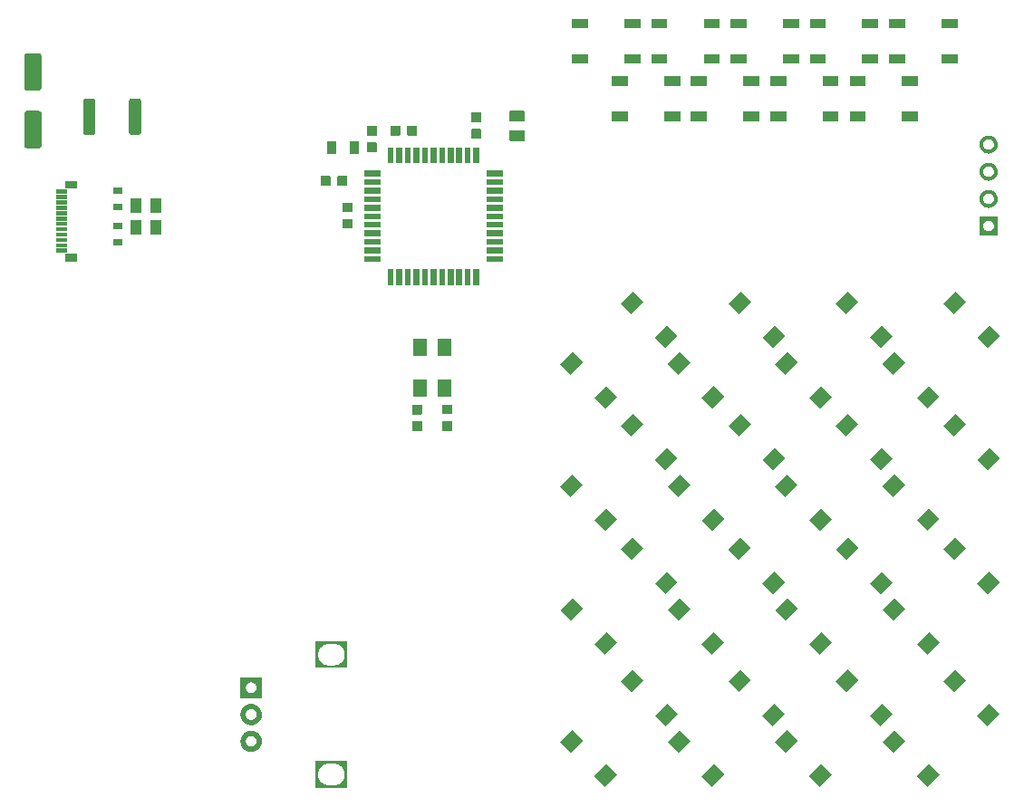
<source format=gbr>
%TF.GenerationSoftware,Flux,Pcbnew,7.0.11-7.0.11~ubuntu20.04.1*%
%TF.CreationDate,2024-08-18T17:29:45+00:00*%
%TF.ProjectId,input,696e7075-742e-46b6-9963-61645f706362,rev?*%
%TF.SameCoordinates,Original*%
%TF.FileFunction,Soldermask,Top*%
%TF.FilePolarity,Negative*%
%FSLAX46Y46*%
G04 Gerber Fmt 4.6, Leading zero omitted, Abs format (unit mm)*
G04 Filename: promicromacro*
G04 Build it with Flux! Visit our site at: https://www.flux.ai (PCBNEW 7.0.11-7.0.11~ubuntu20.04.1) date 2024-08-18 17:29:45*
%MOMM*%
%LPD*%
G01*
G04 APERTURE LIST*
G04 APERTURE END LIST*
%TO.C,*%
G36*
X22111631Y-10685009D02*
G01*
X20980261Y-11816380D01*
X19990311Y-10826430D01*
X21121682Y-9695059D01*
X22111631Y-10685009D01*
G37*
G36*
X18929645Y-7503034D02*
G01*
X17798274Y-8634405D01*
X16808325Y-7644456D01*
X17939696Y-6513085D01*
X18929645Y-7503034D01*
G37*
G36*
X27768475Y-5028144D02*
G01*
X26637104Y-6159515D01*
X25647155Y-5169566D01*
X26778526Y-4038195D01*
X27768475Y-5028144D01*
G37*
G36*
X24586489Y-1846170D02*
G01*
X23455118Y-2977541D01*
X22465169Y-1987591D01*
X23596539Y-856220D01*
X24586489Y-1846170D01*
G37*
G36*
X-10425840Y24486348D02*
G01*
X-10421204Y24485891D01*
X-10416607Y24485132D01*
X-10412069Y24484074D01*
X-10407611Y24482721D01*
X-10403250Y24481080D01*
X-10399006Y24479157D01*
X-10394897Y24476961D01*
X-10390941Y24474501D01*
X-10387153Y24471787D01*
X-10383552Y24468831D01*
X-10380151Y24465646D01*
X-10376966Y24462245D01*
X-10374010Y24458644D01*
X-10371297Y24454857D01*
X-10368836Y24450900D01*
X-10366640Y24446791D01*
X-10364717Y24442547D01*
X-10363076Y24438186D01*
X-10361723Y24433728D01*
X-10360665Y24429190D01*
X-10359906Y24424593D01*
X-10359450Y24419957D01*
X-10359297Y24415300D01*
X-10359297Y23657700D01*
X-10359450Y23653043D01*
X-10359906Y23648407D01*
X-10360665Y23643810D01*
X-10361723Y23639272D01*
X-10363076Y23634814D01*
X-10364717Y23630453D01*
X-10366640Y23626209D01*
X-10368836Y23622100D01*
X-10371297Y23618143D01*
X-10374010Y23614356D01*
X-10376966Y23610755D01*
X-10380151Y23607354D01*
X-10383552Y23604169D01*
X-10387153Y23601213D01*
X-10390941Y23598499D01*
X-10394897Y23596039D01*
X-10399006Y23593843D01*
X-10403250Y23591920D01*
X-10407611Y23590279D01*
X-10412069Y23588926D01*
X-10416607Y23587868D01*
X-10421204Y23587109D01*
X-10425840Y23586652D01*
X-10430497Y23586500D01*
X-11238097Y23586500D01*
X-11242754Y23586652D01*
X-11247391Y23587109D01*
X-11251988Y23587868D01*
X-11256525Y23588926D01*
X-11260984Y23590279D01*
X-11265344Y23591920D01*
X-11269588Y23593843D01*
X-11273697Y23596039D01*
X-11277654Y23598499D01*
X-11281441Y23601213D01*
X-11285043Y23604169D01*
X-11288443Y23607354D01*
X-11291628Y23610755D01*
X-11294584Y23614356D01*
X-11297298Y23618143D01*
X-11299758Y23622100D01*
X-11301954Y23626209D01*
X-11303877Y23630453D01*
X-11305519Y23634814D01*
X-11306871Y23639272D01*
X-11307929Y23643810D01*
X-11308688Y23648407D01*
X-11309145Y23653043D01*
X-11309297Y23657700D01*
X-11309297Y24415300D01*
X-11309145Y24419957D01*
X-11308688Y24424593D01*
X-11307929Y24429190D01*
X-11306871Y24433728D01*
X-11305519Y24438186D01*
X-11303877Y24442547D01*
X-11301954Y24446791D01*
X-11299758Y24450900D01*
X-11297298Y24454857D01*
X-11294584Y24458644D01*
X-11291628Y24462245D01*
X-11288443Y24465646D01*
X-11285043Y24468831D01*
X-11281441Y24471787D01*
X-11277654Y24474501D01*
X-11273697Y24476961D01*
X-11269588Y24479157D01*
X-11265344Y24481080D01*
X-11260984Y24482721D01*
X-11256525Y24484074D01*
X-11251988Y24485132D01*
X-11247391Y24485891D01*
X-11242754Y24486348D01*
X-11238097Y24486500D01*
X-10430497Y24486500D01*
X-10425840Y24486348D01*
G37*
G36*
X-10425846Y26036348D02*
G01*
X-10421209Y26035891D01*
X-10416612Y26035132D01*
X-10412075Y26034074D01*
X-10407616Y26032721D01*
X-10403256Y26031080D01*
X-10399012Y26029157D01*
X-10394903Y26026961D01*
X-10390946Y26024501D01*
X-10387159Y26021787D01*
X-10383557Y26018831D01*
X-10380157Y26015646D01*
X-10376972Y26012245D01*
X-10374016Y26008644D01*
X-10371302Y26004857D01*
X-10368842Y26000900D01*
X-10366646Y25996791D01*
X-10364723Y25992547D01*
X-10363081Y25988186D01*
X-10361729Y25983728D01*
X-10360671Y25979190D01*
X-10359912Y25974593D01*
X-10359455Y25969957D01*
X-10359303Y25965300D01*
X-10359303Y25207700D01*
X-10359455Y25203043D01*
X-10359912Y25198407D01*
X-10360671Y25193810D01*
X-10361729Y25189272D01*
X-10363081Y25184814D01*
X-10364723Y25180453D01*
X-10366646Y25176209D01*
X-10368842Y25172100D01*
X-10371302Y25168143D01*
X-10374016Y25164356D01*
X-10376972Y25160755D01*
X-10380157Y25157354D01*
X-10383557Y25154169D01*
X-10387159Y25151213D01*
X-10390946Y25148499D01*
X-10394903Y25146039D01*
X-10399012Y25143843D01*
X-10403256Y25141920D01*
X-10407616Y25140279D01*
X-10412075Y25138926D01*
X-10416612Y25137868D01*
X-10421209Y25137109D01*
X-10425846Y25136652D01*
X-10430503Y25136500D01*
X-11238103Y25136500D01*
X-11242760Y25136652D01*
X-11247396Y25137109D01*
X-11251993Y25137868D01*
X-11256531Y25138926D01*
X-11260989Y25140279D01*
X-11265350Y25141920D01*
X-11269594Y25143843D01*
X-11273703Y25146039D01*
X-11277659Y25148499D01*
X-11281447Y25151213D01*
X-11285048Y25154169D01*
X-11288449Y25157354D01*
X-11291634Y25160755D01*
X-11294590Y25164356D01*
X-11297303Y25168143D01*
X-11299764Y25172100D01*
X-11301960Y25176209D01*
X-11303883Y25180453D01*
X-11305524Y25184814D01*
X-11306877Y25189272D01*
X-11307935Y25193810D01*
X-11308694Y25198407D01*
X-11309150Y25203043D01*
X-11309303Y25207700D01*
X-11309303Y25965300D01*
X-11309150Y25969957D01*
X-11308694Y25974593D01*
X-11307935Y25979190D01*
X-11306877Y25983728D01*
X-11305524Y25988186D01*
X-11303883Y25992547D01*
X-11301960Y25996791D01*
X-11299764Y26000900D01*
X-11297303Y26004857D01*
X-11294590Y26008644D01*
X-11291634Y26012245D01*
X-11288449Y26015646D01*
X-11285048Y26018831D01*
X-11281447Y26021787D01*
X-11277659Y26024501D01*
X-11273703Y26026961D01*
X-11269594Y26029157D01*
X-11265350Y26031080D01*
X-11260989Y26032721D01*
X-11256531Y26034074D01*
X-11251993Y26035132D01*
X-11247396Y26035891D01*
X-11242760Y26036348D01*
X-11238103Y26036500D01*
X-10430503Y26036500D01*
X-10425846Y26036348D01*
G37*
G36*
X-676740Y25749648D02*
G01*
X-672104Y25749191D01*
X-667507Y25748432D01*
X-662969Y25747374D01*
X-658511Y25746021D01*
X-654150Y25744380D01*
X-649906Y25742457D01*
X-645797Y25740261D01*
X-641841Y25737801D01*
X-638053Y25735087D01*
X-634452Y25732131D01*
X-631051Y25728946D01*
X-627866Y25725545D01*
X-624910Y25721944D01*
X-622197Y25718157D01*
X-619736Y25714200D01*
X-617540Y25710091D01*
X-615617Y25705847D01*
X-613976Y25701486D01*
X-612623Y25697028D01*
X-611565Y25692490D01*
X-610806Y25687893D01*
X-610350Y25683257D01*
X-610197Y25678600D01*
X-610197Y24921000D01*
X-610350Y24916343D01*
X-610806Y24911707D01*
X-611565Y24907110D01*
X-612623Y24902572D01*
X-613976Y24898114D01*
X-615617Y24893753D01*
X-617540Y24889509D01*
X-619736Y24885400D01*
X-622197Y24881443D01*
X-624910Y24877656D01*
X-627866Y24874055D01*
X-631051Y24870654D01*
X-634452Y24867469D01*
X-638053Y24864513D01*
X-641841Y24861799D01*
X-645797Y24859339D01*
X-649906Y24857143D01*
X-654150Y24855220D01*
X-658511Y24853579D01*
X-662969Y24852226D01*
X-667507Y24851168D01*
X-672104Y24850409D01*
X-676740Y24849952D01*
X-681397Y24849800D01*
X-1488997Y24849800D01*
X-1493654Y24849952D01*
X-1498291Y24850409D01*
X-1502888Y24851168D01*
X-1507425Y24852226D01*
X-1511884Y24853579D01*
X-1516244Y24855220D01*
X-1520488Y24857143D01*
X-1524597Y24859339D01*
X-1528554Y24861799D01*
X-1532341Y24864513D01*
X-1535943Y24867469D01*
X-1539343Y24870654D01*
X-1542528Y24874055D01*
X-1545484Y24877656D01*
X-1548198Y24881443D01*
X-1550658Y24885400D01*
X-1552854Y24889509D01*
X-1554777Y24893753D01*
X-1556419Y24898114D01*
X-1557771Y24902572D01*
X-1558829Y24907110D01*
X-1559588Y24911707D01*
X-1560045Y24916343D01*
X-1560197Y24921000D01*
X-1560197Y25678600D01*
X-1560045Y25683257D01*
X-1559588Y25687893D01*
X-1558829Y25692490D01*
X-1557771Y25697028D01*
X-1556419Y25701486D01*
X-1554777Y25705847D01*
X-1552854Y25710091D01*
X-1550658Y25714200D01*
X-1548198Y25718157D01*
X-1545484Y25721944D01*
X-1542528Y25725545D01*
X-1539343Y25728946D01*
X-1535943Y25732131D01*
X-1532341Y25735087D01*
X-1528554Y25737801D01*
X-1524597Y25740261D01*
X-1520488Y25742457D01*
X-1516244Y25744380D01*
X-1511884Y25746021D01*
X-1507425Y25747374D01*
X-1502888Y25748432D01*
X-1498291Y25749191D01*
X-1493654Y25749648D01*
X-1488997Y25749800D01*
X-681397Y25749800D01*
X-676740Y25749648D01*
G37*
G36*
X-676746Y27299648D02*
G01*
X-672109Y27299191D01*
X-667512Y27298432D01*
X-662975Y27297374D01*
X-658516Y27296021D01*
X-654156Y27294380D01*
X-649912Y27292457D01*
X-645803Y27290261D01*
X-641846Y27287801D01*
X-638059Y27285087D01*
X-634457Y27282131D01*
X-631057Y27278946D01*
X-627872Y27275545D01*
X-624916Y27271944D01*
X-622202Y27268157D01*
X-619742Y27264200D01*
X-617546Y27260091D01*
X-615623Y27255847D01*
X-613981Y27251486D01*
X-612629Y27247028D01*
X-611571Y27242490D01*
X-610812Y27237893D01*
X-610355Y27233257D01*
X-610203Y27228600D01*
X-610203Y26471000D01*
X-610355Y26466343D01*
X-610812Y26461707D01*
X-611571Y26457110D01*
X-612629Y26452572D01*
X-613981Y26448114D01*
X-615623Y26443753D01*
X-617546Y26439509D01*
X-619742Y26435400D01*
X-622202Y26431443D01*
X-624916Y26427656D01*
X-627872Y26424055D01*
X-631057Y26420654D01*
X-634457Y26417469D01*
X-638059Y26414513D01*
X-641846Y26411799D01*
X-645803Y26409339D01*
X-649912Y26407143D01*
X-654156Y26405220D01*
X-658516Y26403579D01*
X-662975Y26402226D01*
X-667512Y26401168D01*
X-672109Y26400409D01*
X-676746Y26399952D01*
X-681403Y26399800D01*
X-1489003Y26399800D01*
X-1493660Y26399952D01*
X-1498296Y26400409D01*
X-1502893Y26401168D01*
X-1507431Y26402226D01*
X-1511889Y26403579D01*
X-1516250Y26405220D01*
X-1520494Y26407143D01*
X-1524603Y26409339D01*
X-1528559Y26411799D01*
X-1532347Y26414513D01*
X-1535948Y26417469D01*
X-1539349Y26420654D01*
X-1542534Y26424055D01*
X-1545490Y26427656D01*
X-1548203Y26431443D01*
X-1550664Y26435400D01*
X-1552860Y26439509D01*
X-1554783Y26443753D01*
X-1556424Y26448114D01*
X-1557777Y26452572D01*
X-1558835Y26457110D01*
X-1559594Y26461707D01*
X-1560050Y26466343D01*
X-1560203Y26471000D01*
X-1560203Y27228600D01*
X-1560050Y27233257D01*
X-1559594Y27237893D01*
X-1558835Y27242490D01*
X-1557777Y27247028D01*
X-1556424Y27251486D01*
X-1554783Y27255847D01*
X-1552860Y27260091D01*
X-1550664Y27264200D01*
X-1548203Y27268157D01*
X-1545490Y27271944D01*
X-1542534Y27275545D01*
X-1539349Y27278946D01*
X-1535948Y27282131D01*
X-1532347Y27285087D01*
X-1528559Y27287801D01*
X-1524603Y27290261D01*
X-1520494Y27292457D01*
X-1516250Y27294380D01*
X-1511889Y27296021D01*
X-1507431Y27297374D01*
X-1502893Y27298432D01*
X-1498296Y27299191D01*
X-1493660Y27299648D01*
X-1489003Y27299800D01*
X-681403Y27299800D01*
X-676746Y27299648D01*
G37*
G36*
X-5680493Y715496D02*
G01*
X-6980493Y715496D01*
X-6980493Y2315496D01*
X-5680493Y2315496D01*
X-5680493Y715496D01*
G37*
G36*
X-3380493Y715504D02*
G01*
X-4680493Y715504D01*
X-4680493Y2315504D01*
X-3380493Y2315504D01*
X-3380493Y715504D01*
G37*
G36*
X-5680507Y4515496D02*
G01*
X-6980507Y4515496D01*
X-6980507Y6115496D01*
X-5680507Y6115496D01*
X-5680507Y4515496D01*
G37*
G36*
X-3380507Y4515504D02*
G01*
X-4680507Y4515504D01*
X-4680507Y6115504D01*
X-3380507Y6115504D01*
X-3380507Y4515504D01*
G37*
G36*
X12071031Y750891D02*
G01*
X10939661Y-380480D01*
X9949711Y609470D01*
X11081082Y1740841D01*
X12071031Y750891D01*
G37*
G36*
X8889045Y3932866D02*
G01*
X7757674Y2801495D01*
X6767725Y3791444D01*
X7899096Y4922815D01*
X8889045Y3932866D01*
G37*
G36*
X17727875Y6407756D02*
G01*
X16596504Y5276385D01*
X15606555Y6266334D01*
X16737926Y7397705D01*
X17727875Y6407756D01*
G37*
G36*
X14545889Y9589730D02*
G01*
X13414518Y8458359D01*
X12424569Y9448309D01*
X13555939Y10579680D01*
X14545889Y9589730D01*
G37*
G36*
X-6209940Y-1573752D02*
G01*
X-6205304Y-1574209D01*
X-6200707Y-1574968D01*
X-6196169Y-1576026D01*
X-6191711Y-1577379D01*
X-6187350Y-1579020D01*
X-6183106Y-1580943D01*
X-6178997Y-1583139D01*
X-6175041Y-1585599D01*
X-6171253Y-1588313D01*
X-6167652Y-1591269D01*
X-6164251Y-1594454D01*
X-6161066Y-1597855D01*
X-6158110Y-1601456D01*
X-6155397Y-1605243D01*
X-6152936Y-1609200D01*
X-6150740Y-1613309D01*
X-6148817Y-1617553D01*
X-6147176Y-1621914D01*
X-6145823Y-1626372D01*
X-6144765Y-1630910D01*
X-6144006Y-1635507D01*
X-6143550Y-1640143D01*
X-6143397Y-1644800D01*
X-6143397Y-2402400D01*
X-6143550Y-2407057D01*
X-6144006Y-2411693D01*
X-6144765Y-2416290D01*
X-6145823Y-2420828D01*
X-6147176Y-2425286D01*
X-6148817Y-2429647D01*
X-6150740Y-2433891D01*
X-6152936Y-2438000D01*
X-6155397Y-2441957D01*
X-6158110Y-2445744D01*
X-6161066Y-2449345D01*
X-6164251Y-2452746D01*
X-6167652Y-2455931D01*
X-6171253Y-2458887D01*
X-6175041Y-2461601D01*
X-6178997Y-2464061D01*
X-6183106Y-2466257D01*
X-6187350Y-2468180D01*
X-6191711Y-2469821D01*
X-6196169Y-2471174D01*
X-6200707Y-2472232D01*
X-6205304Y-2472991D01*
X-6209940Y-2473448D01*
X-6214597Y-2473600D01*
X-7022197Y-2473600D01*
X-7026854Y-2473448D01*
X-7031491Y-2472991D01*
X-7036088Y-2472232D01*
X-7040625Y-2471174D01*
X-7045084Y-2469821D01*
X-7049444Y-2468180D01*
X-7053688Y-2466257D01*
X-7057797Y-2464061D01*
X-7061754Y-2461601D01*
X-7065541Y-2458887D01*
X-7069143Y-2455931D01*
X-7072543Y-2452746D01*
X-7075728Y-2449345D01*
X-7078684Y-2445744D01*
X-7081398Y-2441957D01*
X-7083858Y-2438000D01*
X-7086054Y-2433891D01*
X-7087977Y-2429647D01*
X-7089619Y-2425286D01*
X-7090971Y-2420828D01*
X-7092029Y-2416290D01*
X-7092788Y-2411693D01*
X-7093245Y-2407057D01*
X-7093397Y-2402400D01*
X-7093397Y-1644800D01*
X-7093245Y-1640143D01*
X-7092788Y-1635507D01*
X-7092029Y-1630910D01*
X-7090971Y-1626372D01*
X-7089619Y-1621914D01*
X-7087977Y-1617553D01*
X-7086054Y-1613309D01*
X-7083858Y-1609200D01*
X-7081398Y-1605243D01*
X-7078684Y-1601456D01*
X-7075728Y-1597855D01*
X-7072543Y-1594454D01*
X-7069143Y-1591269D01*
X-7065541Y-1588313D01*
X-7061754Y-1585599D01*
X-7057797Y-1583139D01*
X-7053688Y-1580943D01*
X-7049444Y-1579020D01*
X-7045084Y-1577379D01*
X-7040625Y-1576026D01*
X-7036088Y-1574968D01*
X-7031491Y-1574209D01*
X-7026854Y-1573752D01*
X-7022197Y-1573600D01*
X-6214597Y-1573600D01*
X-6209940Y-1573752D01*
G37*
G36*
X-6209946Y-23752D02*
G01*
X-6205309Y-24209D01*
X-6200712Y-24968D01*
X-6196175Y-26026D01*
X-6191716Y-27379D01*
X-6187356Y-29020D01*
X-6183112Y-30943D01*
X-6179003Y-33139D01*
X-6175046Y-35599D01*
X-6171259Y-38313D01*
X-6167657Y-41269D01*
X-6164257Y-44454D01*
X-6161072Y-47855D01*
X-6158116Y-51456D01*
X-6155402Y-55243D01*
X-6152942Y-59200D01*
X-6150746Y-63309D01*
X-6148823Y-67553D01*
X-6147181Y-71914D01*
X-6145829Y-76372D01*
X-6144771Y-80910D01*
X-6144012Y-85507D01*
X-6143555Y-90143D01*
X-6143403Y-94800D01*
X-6143403Y-852400D01*
X-6143555Y-857057D01*
X-6144012Y-861693D01*
X-6144771Y-866290D01*
X-6145829Y-870828D01*
X-6147181Y-875286D01*
X-6148823Y-879647D01*
X-6150746Y-883891D01*
X-6152942Y-888000D01*
X-6155402Y-891957D01*
X-6158116Y-895744D01*
X-6161072Y-899345D01*
X-6164257Y-902746D01*
X-6167657Y-905931D01*
X-6171259Y-908887D01*
X-6175046Y-911601D01*
X-6179003Y-914061D01*
X-6183112Y-916257D01*
X-6187356Y-918180D01*
X-6191716Y-919821D01*
X-6196175Y-921174D01*
X-6200712Y-922232D01*
X-6205309Y-922991D01*
X-6209946Y-923448D01*
X-6214603Y-923600D01*
X-7022203Y-923600D01*
X-7026860Y-923448D01*
X-7031496Y-922991D01*
X-7036093Y-922232D01*
X-7040631Y-921174D01*
X-7045089Y-919821D01*
X-7049450Y-918180D01*
X-7053694Y-916257D01*
X-7057803Y-914061D01*
X-7061759Y-911601D01*
X-7065547Y-908887D01*
X-7069148Y-905931D01*
X-7072549Y-902746D01*
X-7075734Y-899345D01*
X-7078690Y-895744D01*
X-7081403Y-891957D01*
X-7083864Y-888000D01*
X-7086060Y-883891D01*
X-7087983Y-879647D01*
X-7089624Y-875286D01*
X-7090977Y-870828D01*
X-7092035Y-866290D01*
X-7092794Y-861693D01*
X-7093250Y-857057D01*
X-7093403Y-852400D01*
X-7093403Y-94800D01*
X-7093250Y-90143D01*
X-7092794Y-85507D01*
X-7092035Y-80910D01*
X-7090977Y-76372D01*
X-7089624Y-71914D01*
X-7087983Y-67553D01*
X-7086060Y-63309D01*
X-7083864Y-59200D01*
X-7081403Y-55243D01*
X-7078690Y-51456D01*
X-7075734Y-47855D01*
X-7072549Y-44454D01*
X-7069148Y-41269D01*
X-7065547Y-38313D01*
X-7061759Y-35599D01*
X-7057803Y-33139D01*
X-7053694Y-30943D01*
X-7049450Y-29020D01*
X-7045089Y-27379D01*
X-7040631Y-26026D01*
X-7036093Y-24968D01*
X-7031496Y-24209D01*
X-7026860Y-23752D01*
X-7022203Y-23600D01*
X-6214603Y-23600D01*
X-6209946Y-23752D01*
G37*
G36*
X-34131697Y14901000D02*
G01*
X-35031697Y14901000D01*
X-35031697Y15501000D01*
X-34131697Y15501000D01*
X-34131697Y14901000D01*
G37*
G36*
X-34131703Y16401000D02*
G01*
X-35031703Y16401000D01*
X-35031703Y17001000D01*
X-34131703Y17001000D01*
X-34131703Y16401000D01*
G37*
G36*
X-3368040Y-1566352D02*
G01*
X-3363404Y-1566809D01*
X-3358807Y-1567568D01*
X-3354269Y-1568626D01*
X-3349811Y-1569979D01*
X-3345450Y-1571620D01*
X-3341206Y-1573543D01*
X-3337097Y-1575739D01*
X-3333141Y-1578199D01*
X-3329353Y-1580913D01*
X-3325752Y-1583869D01*
X-3322351Y-1587054D01*
X-3319166Y-1590455D01*
X-3316210Y-1594056D01*
X-3313497Y-1597843D01*
X-3311036Y-1601800D01*
X-3308840Y-1605909D01*
X-3306917Y-1610153D01*
X-3305276Y-1614514D01*
X-3303923Y-1618972D01*
X-3302865Y-1623510D01*
X-3302106Y-1628107D01*
X-3301650Y-1632743D01*
X-3301497Y-1637400D01*
X-3301497Y-2395000D01*
X-3301650Y-2399657D01*
X-3302106Y-2404293D01*
X-3302865Y-2408890D01*
X-3303923Y-2413428D01*
X-3305276Y-2417886D01*
X-3306917Y-2422247D01*
X-3308840Y-2426491D01*
X-3311036Y-2430600D01*
X-3313497Y-2434557D01*
X-3316210Y-2438344D01*
X-3319166Y-2441945D01*
X-3322351Y-2445346D01*
X-3325752Y-2448531D01*
X-3329353Y-2451487D01*
X-3333141Y-2454201D01*
X-3337097Y-2456661D01*
X-3341206Y-2458857D01*
X-3345450Y-2460780D01*
X-3349811Y-2462421D01*
X-3354269Y-2463774D01*
X-3358807Y-2464832D01*
X-3363404Y-2465591D01*
X-3368040Y-2466048D01*
X-3372697Y-2466200D01*
X-4180297Y-2466200D01*
X-4184954Y-2466048D01*
X-4189591Y-2465591D01*
X-4194188Y-2464832D01*
X-4198725Y-2463774D01*
X-4203184Y-2462421D01*
X-4207544Y-2460780D01*
X-4211788Y-2458857D01*
X-4215897Y-2456661D01*
X-4219854Y-2454201D01*
X-4223641Y-2451487D01*
X-4227243Y-2448531D01*
X-4230643Y-2445346D01*
X-4233828Y-2441945D01*
X-4236784Y-2438344D01*
X-4239498Y-2434557D01*
X-4241958Y-2430600D01*
X-4244154Y-2426491D01*
X-4246077Y-2422247D01*
X-4247719Y-2417886D01*
X-4249071Y-2413428D01*
X-4250129Y-2408890D01*
X-4250888Y-2404293D01*
X-4251345Y-2399657D01*
X-4251497Y-2395000D01*
X-4251497Y-1637400D01*
X-4251345Y-1632743D01*
X-4250888Y-1628107D01*
X-4250129Y-1623510D01*
X-4249071Y-1618972D01*
X-4247719Y-1614514D01*
X-4246077Y-1610153D01*
X-4244154Y-1605909D01*
X-4241958Y-1601800D01*
X-4239498Y-1597843D01*
X-4236784Y-1594056D01*
X-4233828Y-1590455D01*
X-4230643Y-1587054D01*
X-4227243Y-1583869D01*
X-4223641Y-1580913D01*
X-4219854Y-1578199D01*
X-4215897Y-1575739D01*
X-4211788Y-1573543D01*
X-4207544Y-1571620D01*
X-4203184Y-1569979D01*
X-4198725Y-1568626D01*
X-4194188Y-1567568D01*
X-4189591Y-1566809D01*
X-4184954Y-1566352D01*
X-4180297Y-1566200D01*
X-3372697Y-1566200D01*
X-3368040Y-1566352D01*
G37*
G36*
X-3368046Y-16352D02*
G01*
X-3363409Y-16809D01*
X-3358812Y-17568D01*
X-3354275Y-18626D01*
X-3349816Y-19979D01*
X-3345456Y-21620D01*
X-3341212Y-23543D01*
X-3337103Y-25739D01*
X-3333146Y-28199D01*
X-3329359Y-30913D01*
X-3325757Y-33869D01*
X-3322357Y-37054D01*
X-3319172Y-40455D01*
X-3316216Y-44056D01*
X-3313502Y-47843D01*
X-3311042Y-51800D01*
X-3308846Y-55909D01*
X-3306923Y-60153D01*
X-3305281Y-64514D01*
X-3303929Y-68972D01*
X-3302871Y-73510D01*
X-3302112Y-78107D01*
X-3301655Y-82743D01*
X-3301503Y-87400D01*
X-3301503Y-845000D01*
X-3301655Y-849657D01*
X-3302112Y-854293D01*
X-3302871Y-858890D01*
X-3303929Y-863428D01*
X-3305281Y-867886D01*
X-3306923Y-872247D01*
X-3308846Y-876491D01*
X-3311042Y-880600D01*
X-3313502Y-884557D01*
X-3316216Y-888344D01*
X-3319172Y-891945D01*
X-3322357Y-895346D01*
X-3325757Y-898531D01*
X-3329359Y-901487D01*
X-3333146Y-904201D01*
X-3337103Y-906661D01*
X-3341212Y-908857D01*
X-3345456Y-910780D01*
X-3349816Y-912421D01*
X-3354275Y-913774D01*
X-3358812Y-914832D01*
X-3363409Y-915591D01*
X-3368046Y-916048D01*
X-3372703Y-916200D01*
X-4180303Y-916200D01*
X-4184960Y-916048D01*
X-4189596Y-915591D01*
X-4194193Y-914832D01*
X-4198731Y-913774D01*
X-4203189Y-912421D01*
X-4207550Y-910780D01*
X-4211794Y-908857D01*
X-4215903Y-906661D01*
X-4219859Y-904201D01*
X-4223647Y-901487D01*
X-4227248Y-898531D01*
X-4230649Y-895346D01*
X-4233834Y-891945D01*
X-4236790Y-888344D01*
X-4239503Y-884557D01*
X-4241964Y-880600D01*
X-4244160Y-876491D01*
X-4246083Y-872247D01*
X-4247724Y-867886D01*
X-4249077Y-863428D01*
X-4250135Y-858890D01*
X-4250894Y-854293D01*
X-4251350Y-849657D01*
X-4251503Y-845000D01*
X-4251503Y-87400D01*
X-4251350Y-82743D01*
X-4250894Y-78107D01*
X-4250135Y-73510D01*
X-4249077Y-68972D01*
X-4247724Y-64514D01*
X-4246083Y-60153D01*
X-4244160Y-55909D01*
X-4241964Y-51800D01*
X-4239503Y-47843D01*
X-4236790Y-44056D01*
X-4233834Y-40455D01*
X-4230649Y-37054D01*
X-4227248Y-33869D01*
X-4223647Y-30913D01*
X-4219859Y-28199D01*
X-4215903Y-25739D01*
X-4211794Y-23543D01*
X-4207550Y-21620D01*
X-4203189Y-19979D01*
X-4198731Y-18626D01*
X-4194193Y-17568D01*
X-4189596Y-16809D01*
X-4184960Y-16352D01*
X-4180303Y-16200D01*
X-3372703Y-16200D01*
X-3368046Y-16352D01*
G37*
G36*
X-13222143Y21369545D02*
G01*
X-13217507Y21369089D01*
X-13212910Y21368330D01*
X-13208372Y21367272D01*
X-13203914Y21365919D01*
X-13199553Y21364278D01*
X-13195309Y21362355D01*
X-13191200Y21360159D01*
X-13187243Y21357699D01*
X-13183456Y21354985D01*
X-13179855Y21352029D01*
X-13176454Y21348844D01*
X-13173269Y21345443D01*
X-13170313Y21341842D01*
X-13167599Y21338055D01*
X-13165139Y21334098D01*
X-13162943Y21329989D01*
X-13161020Y21325745D01*
X-13159379Y21321384D01*
X-13158026Y21316926D01*
X-13156968Y21312388D01*
X-13156209Y21307791D01*
X-13155752Y21303155D01*
X-13155600Y21298498D01*
X-13155600Y20490898D01*
X-13155752Y20486241D01*
X-13156209Y20481604D01*
X-13156968Y20477008D01*
X-13158026Y20472470D01*
X-13159379Y20468011D01*
X-13161020Y20463651D01*
X-13162943Y20459407D01*
X-13165139Y20455298D01*
X-13167599Y20451341D01*
X-13170313Y20447554D01*
X-13173269Y20443953D01*
X-13176454Y20440552D01*
X-13179855Y20437367D01*
X-13183456Y20434411D01*
X-13187243Y20431697D01*
X-13191200Y20429237D01*
X-13195309Y20427041D01*
X-13199553Y20425118D01*
X-13203914Y20423477D01*
X-13208372Y20422124D01*
X-13212910Y20421066D01*
X-13217507Y20420307D01*
X-13222143Y20419850D01*
X-13226800Y20419698D01*
X-13984400Y20419698D01*
X-13989057Y20419850D01*
X-13993693Y20420307D01*
X-13998290Y20421066D01*
X-14002828Y20422124D01*
X-14007286Y20423477D01*
X-14011647Y20425118D01*
X-14015891Y20427041D01*
X-14020000Y20429237D01*
X-14023957Y20431697D01*
X-14027744Y20434411D01*
X-14031345Y20437367D01*
X-14034746Y20440552D01*
X-14037931Y20443953D01*
X-14040887Y20447554D01*
X-14043601Y20451341D01*
X-14046061Y20455298D01*
X-14048257Y20459407D01*
X-14050180Y20463651D01*
X-14051821Y20468011D01*
X-14053174Y20472470D01*
X-14054232Y20477008D01*
X-14054991Y20481604D01*
X-14055448Y20486241D01*
X-14055600Y20490898D01*
X-14055600Y21298498D01*
X-14055448Y21303155D01*
X-14054991Y21307791D01*
X-14054232Y21312388D01*
X-14053174Y21316926D01*
X-14051821Y21321384D01*
X-14050180Y21325745D01*
X-14048257Y21329989D01*
X-14046061Y21334098D01*
X-14043601Y21338055D01*
X-14040887Y21341842D01*
X-14037931Y21345443D01*
X-14034746Y21348844D01*
X-14031345Y21352029D01*
X-14027744Y21354985D01*
X-14023957Y21357699D01*
X-14020000Y21360159D01*
X-14015891Y21362355D01*
X-14011647Y21364278D01*
X-14007286Y21365919D01*
X-14002828Y21367272D01*
X-13998290Y21368330D01*
X-13993693Y21369089D01*
X-13989057Y21369545D01*
X-13984400Y21369698D01*
X-13226800Y21369698D01*
X-13222143Y21369545D01*
G37*
G36*
X-14772143Y21369550D02*
G01*
X-14767507Y21369093D01*
X-14762910Y21368334D01*
X-14758372Y21367276D01*
X-14753914Y21365923D01*
X-14749553Y21364282D01*
X-14745309Y21362359D01*
X-14741200Y21360163D01*
X-14737243Y21357703D01*
X-14733456Y21354989D01*
X-14729855Y21352033D01*
X-14726454Y21348848D01*
X-14723269Y21345447D01*
X-14720313Y21341846D01*
X-14717599Y21338059D01*
X-14715139Y21334102D01*
X-14712943Y21329993D01*
X-14711020Y21325749D01*
X-14709379Y21321389D01*
X-14708026Y21316930D01*
X-14706968Y21312392D01*
X-14706209Y21307796D01*
X-14705752Y21303159D01*
X-14705600Y21298502D01*
X-14705600Y20490902D01*
X-14705752Y20486245D01*
X-14706209Y20481609D01*
X-14706968Y20477012D01*
X-14708026Y20472474D01*
X-14709379Y20468016D01*
X-14711020Y20463655D01*
X-14712943Y20459411D01*
X-14715139Y20455302D01*
X-14717599Y20451345D01*
X-14720313Y20447558D01*
X-14723269Y20443957D01*
X-14726454Y20440556D01*
X-14729855Y20437371D01*
X-14733456Y20434415D01*
X-14737243Y20431701D01*
X-14741200Y20429241D01*
X-14745309Y20427045D01*
X-14749553Y20425122D01*
X-14753914Y20423481D01*
X-14758372Y20422128D01*
X-14762910Y20421070D01*
X-14767507Y20420311D01*
X-14772143Y20419855D01*
X-14776800Y20419702D01*
X-15534400Y20419702D01*
X-15539057Y20419855D01*
X-15543693Y20420311D01*
X-15548290Y20421070D01*
X-15552828Y20422128D01*
X-15557286Y20423481D01*
X-15561647Y20425122D01*
X-15565891Y20427045D01*
X-15570000Y20429241D01*
X-15573957Y20431701D01*
X-15577744Y20434415D01*
X-15581345Y20437371D01*
X-15584746Y20440556D01*
X-15587931Y20443957D01*
X-15590887Y20447558D01*
X-15593601Y20451345D01*
X-15596061Y20455302D01*
X-15598257Y20459411D01*
X-15600180Y20463655D01*
X-15601821Y20468016D01*
X-15603174Y20472474D01*
X-15604232Y20477012D01*
X-15604991Y20481609D01*
X-15605448Y20486245D01*
X-15605600Y20490902D01*
X-15605600Y21298502D01*
X-15605448Y21303159D01*
X-15604991Y21307796D01*
X-15604232Y21312392D01*
X-15603174Y21316930D01*
X-15601821Y21321389D01*
X-15600180Y21325749D01*
X-15598257Y21329993D01*
X-15596061Y21334102D01*
X-15593601Y21338059D01*
X-15590887Y21341846D01*
X-15587931Y21345447D01*
X-15584746Y21348848D01*
X-15581345Y21352033D01*
X-15577744Y21354989D01*
X-15573957Y21357703D01*
X-15570000Y21360163D01*
X-15565891Y21362359D01*
X-15561647Y21364282D01*
X-15557286Y21365923D01*
X-15552828Y21367276D01*
X-15548290Y21368334D01*
X-15543693Y21369093D01*
X-15539057Y21369550D01*
X-15534400Y21369702D01*
X-14776800Y21369702D01*
X-14772143Y21369550D01*
G37*
G36*
X32152131Y-10685009D02*
G01*
X31020761Y-11816380D01*
X30030811Y-10826430D01*
X31162182Y-9695059D01*
X32152131Y-10685009D01*
G37*
G36*
X28970145Y-7503034D02*
G01*
X27838774Y-8634405D01*
X26848825Y-7644456D01*
X27980196Y-6513085D01*
X28970145Y-7503034D01*
G37*
G36*
X37808975Y-5028144D02*
G01*
X36677604Y-6159515D01*
X35687655Y-5169566D01*
X36819026Y-4038195D01*
X37808975Y-5028144D01*
G37*
G36*
X34626989Y-1846170D02*
G01*
X33495618Y-2977541D01*
X32505669Y-1987591D01*
X33637039Y-856220D01*
X34626989Y-1846170D01*
G37*
G36*
X-12683844Y18887248D02*
G01*
X-12679207Y18886791D01*
X-12674610Y18886032D01*
X-12670073Y18884974D01*
X-12665614Y18883621D01*
X-12661254Y18881980D01*
X-12657010Y18880057D01*
X-12652901Y18877861D01*
X-12648944Y18875401D01*
X-12645157Y18872687D01*
X-12641555Y18869731D01*
X-12638155Y18866546D01*
X-12634970Y18863145D01*
X-12632014Y18859544D01*
X-12629300Y18855757D01*
X-12626840Y18851800D01*
X-12624643Y18847691D01*
X-12622721Y18843447D01*
X-12621079Y18839086D01*
X-12619727Y18834628D01*
X-12618669Y18830090D01*
X-12617910Y18825493D01*
X-12617453Y18820857D01*
X-12617301Y18816200D01*
X-12617301Y18058600D01*
X-12617453Y18053943D01*
X-12617910Y18049307D01*
X-12618669Y18044710D01*
X-12619727Y18040172D01*
X-12621079Y18035714D01*
X-12622721Y18031353D01*
X-12624643Y18027109D01*
X-12626840Y18023000D01*
X-12629300Y18019043D01*
X-12632014Y18015256D01*
X-12634970Y18011655D01*
X-12638155Y18008254D01*
X-12641555Y18005069D01*
X-12645157Y18002113D01*
X-12648944Y17999399D01*
X-12652901Y17996939D01*
X-12657010Y17994743D01*
X-12661254Y17992820D01*
X-12665614Y17991179D01*
X-12670073Y17989826D01*
X-12674610Y17988768D01*
X-12679207Y17988009D01*
X-12683844Y17987552D01*
X-12688501Y17987400D01*
X-13496101Y17987400D01*
X-13500757Y17987552D01*
X-13505394Y17988009D01*
X-13509991Y17988768D01*
X-13514529Y17989826D01*
X-13518987Y17991179D01*
X-13523348Y17992820D01*
X-13527592Y17994743D01*
X-13531701Y17996939D01*
X-13535657Y17999399D01*
X-13539445Y18002113D01*
X-13543046Y18005069D01*
X-13546447Y18008254D01*
X-13549632Y18011655D01*
X-13552588Y18015256D01*
X-13555301Y18019043D01*
X-13557762Y18023000D01*
X-13559958Y18027109D01*
X-13561881Y18031353D01*
X-13563522Y18035714D01*
X-13564875Y18040172D01*
X-13565933Y18044710D01*
X-13566692Y18049307D01*
X-13567148Y18053943D01*
X-13567301Y18058600D01*
X-13567301Y18816200D01*
X-13567148Y18820857D01*
X-13566692Y18825493D01*
X-13565933Y18830090D01*
X-13564875Y18834628D01*
X-13563522Y18839086D01*
X-13561881Y18843447D01*
X-13559958Y18847691D01*
X-13557762Y18851800D01*
X-13555301Y18855757D01*
X-13552588Y18859544D01*
X-13549632Y18863145D01*
X-13546447Y18866546D01*
X-13543046Y18869731D01*
X-13539445Y18872687D01*
X-13535657Y18875401D01*
X-13531701Y18877861D01*
X-13527592Y18880057D01*
X-13523348Y18881980D01*
X-13518987Y18883621D01*
X-13514529Y18884974D01*
X-13509991Y18886032D01*
X-13505394Y18886791D01*
X-13500757Y18887248D01*
X-13496101Y18887400D01*
X-12688501Y18887400D01*
X-12683844Y18887248D01*
G37*
G36*
X-12683843Y17337248D02*
G01*
X-12679206Y17336791D01*
X-12674609Y17336032D01*
X-12670071Y17334974D01*
X-12665613Y17333621D01*
X-12661252Y17331980D01*
X-12657008Y17330057D01*
X-12652899Y17327861D01*
X-12648943Y17325401D01*
X-12645155Y17322687D01*
X-12641554Y17319731D01*
X-12638153Y17316546D01*
X-12634968Y17313145D01*
X-12632012Y17309544D01*
X-12629299Y17305757D01*
X-12626838Y17301800D01*
X-12624642Y17297691D01*
X-12622719Y17293447D01*
X-12621078Y17289086D01*
X-12619725Y17284628D01*
X-12618667Y17280090D01*
X-12617908Y17275493D01*
X-12617452Y17270857D01*
X-12617299Y17266200D01*
X-12617299Y16508600D01*
X-12617452Y16503943D01*
X-12617908Y16499307D01*
X-12618667Y16494710D01*
X-12619725Y16490172D01*
X-12621078Y16485714D01*
X-12622719Y16481353D01*
X-12624642Y16477109D01*
X-12626838Y16473000D01*
X-12629299Y16469043D01*
X-12632012Y16465256D01*
X-12634968Y16461655D01*
X-12638153Y16458254D01*
X-12641554Y16455069D01*
X-12645155Y16452113D01*
X-12648943Y16449399D01*
X-12652899Y16446939D01*
X-12657008Y16444743D01*
X-12661252Y16442820D01*
X-12665613Y16441179D01*
X-12670071Y16439826D01*
X-12674609Y16438768D01*
X-12679206Y16438009D01*
X-12683843Y16437552D01*
X-12688499Y16437400D01*
X-13496099Y16437400D01*
X-13500756Y16437552D01*
X-13505393Y16438009D01*
X-13509990Y16438768D01*
X-13514527Y16439826D01*
X-13518986Y16441179D01*
X-13523346Y16442820D01*
X-13527590Y16444743D01*
X-13531699Y16446939D01*
X-13535656Y16449399D01*
X-13539443Y16452113D01*
X-13543045Y16455069D01*
X-13546445Y16458254D01*
X-13549630Y16461655D01*
X-13552586Y16465256D01*
X-13555300Y16469043D01*
X-13557760Y16473000D01*
X-13559957Y16477109D01*
X-13561879Y16481353D01*
X-13563521Y16485714D01*
X-13564873Y16490172D01*
X-13565931Y16494710D01*
X-13566690Y16499307D01*
X-13567147Y16503943D01*
X-13567299Y16508600D01*
X-13567299Y17266200D01*
X-13567147Y17270857D01*
X-13566690Y17275493D01*
X-13565931Y17280090D01*
X-13564873Y17284628D01*
X-13563521Y17289086D01*
X-13561879Y17293447D01*
X-13559957Y17297691D01*
X-13557760Y17301800D01*
X-13555300Y17305757D01*
X-13552586Y17309544D01*
X-13549630Y17313145D01*
X-13546445Y17316546D01*
X-13543045Y17319731D01*
X-13539443Y17322687D01*
X-13535656Y17325401D01*
X-13531699Y17327861D01*
X-13527590Y17330057D01*
X-13523346Y17331980D01*
X-13518986Y17333621D01*
X-13514527Y17334974D01*
X-13509990Y17336032D01*
X-13505393Y17336791D01*
X-13500756Y17337248D01*
X-13496099Y17337400D01*
X-12688499Y17337400D01*
X-12683843Y17337248D01*
G37*
G36*
X42192731Y-34587209D02*
G01*
X41061361Y-35718580D01*
X40071411Y-34728630D01*
X41202782Y-33597259D01*
X42192731Y-34587209D01*
G37*
G36*
X39010745Y-31405234D02*
G01*
X37879374Y-32536605D01*
X36889425Y-31546656D01*
X38020796Y-30415285D01*
X39010745Y-31405234D01*
G37*
G36*
X47849575Y-28930344D02*
G01*
X46718204Y-30061715D01*
X45728255Y-29071766D01*
X46859626Y-27940395D01*
X47849575Y-28930344D01*
G37*
G36*
X44667589Y-25748370D02*
G01*
X43536218Y-26879741D01*
X42546269Y-25889791D01*
X43677639Y-24758420D01*
X44667589Y-25748370D01*
G37*
G36*
X12071031Y-22253309D02*
G01*
X10939661Y-23384680D01*
X9949711Y-22394730D01*
X11081082Y-21263359D01*
X12071031Y-22253309D01*
G37*
G36*
X8889045Y-19071334D02*
G01*
X7757674Y-20202705D01*
X6767725Y-19212756D01*
X7899096Y-18081385D01*
X8889045Y-19071334D01*
G37*
G36*
X17727875Y-16596444D02*
G01*
X16596504Y-17727815D01*
X15606555Y-16737866D01*
X16737926Y-15606495D01*
X17727875Y-16596444D01*
G37*
G36*
X14545889Y-13414470D02*
G01*
X13414518Y-14545841D01*
X12424569Y-13555891D01*
X13555939Y-12424520D01*
X14545889Y-13414470D01*
G37*
G36*
X-12108214Y24631307D02*
G01*
X-12102353Y24630730D01*
X-12096542Y24629771D01*
X-12090806Y24628433D01*
X-12085170Y24626724D01*
X-12079658Y24624649D01*
X-12074294Y24622219D01*
X-12069100Y24619442D01*
X-12064099Y24616332D01*
X-12059311Y24612902D01*
X-12054759Y24609166D01*
X-12050460Y24605140D01*
X-12046434Y24600841D01*
X-12042698Y24596289D01*
X-12039268Y24591501D01*
X-12036158Y24586500D01*
X-12033381Y24581306D01*
X-12030951Y24575942D01*
X-12028876Y24570430D01*
X-12027167Y24564794D01*
X-12025829Y24559058D01*
X-12024870Y24553247D01*
X-12024293Y24547386D01*
X-12024100Y24541500D01*
X-12024100Y23521500D01*
X-12024293Y23515614D01*
X-12024870Y23509753D01*
X-12025829Y23503942D01*
X-12027167Y23498206D01*
X-12028876Y23492570D01*
X-12030951Y23487058D01*
X-12033381Y23481694D01*
X-12036158Y23476500D01*
X-12039268Y23471499D01*
X-12042698Y23466711D01*
X-12046434Y23462159D01*
X-12050460Y23457860D01*
X-12054759Y23453834D01*
X-12059311Y23450098D01*
X-12064099Y23446668D01*
X-12069100Y23443558D01*
X-12074294Y23440781D01*
X-12079658Y23438351D01*
X-12085170Y23436276D01*
X-12090806Y23434567D01*
X-12096542Y23433229D01*
X-12102353Y23432270D01*
X-12108214Y23431693D01*
X-12114100Y23431500D01*
X-12809100Y23431500D01*
X-12814986Y23431693D01*
X-12820847Y23432270D01*
X-12826658Y23433229D01*
X-12832394Y23434567D01*
X-12838030Y23436276D01*
X-12843542Y23438351D01*
X-12848906Y23440781D01*
X-12854100Y23443558D01*
X-12859101Y23446668D01*
X-12863889Y23450098D01*
X-12868441Y23453834D01*
X-12872740Y23457860D01*
X-12876766Y23462159D01*
X-12880502Y23466711D01*
X-12883932Y23471499D01*
X-12887042Y23476500D01*
X-12889819Y23481694D01*
X-12892249Y23487058D01*
X-12894324Y23492570D01*
X-12896033Y23498206D01*
X-12897371Y23503942D01*
X-12898330Y23509753D01*
X-12898907Y23515614D01*
X-12899100Y23521500D01*
X-12899100Y24541500D01*
X-12898907Y24547386D01*
X-12898330Y24553247D01*
X-12897371Y24559058D01*
X-12896033Y24564794D01*
X-12894324Y24570430D01*
X-12892249Y24575942D01*
X-12889819Y24581306D01*
X-12887042Y24586500D01*
X-12883932Y24591501D01*
X-12880502Y24596289D01*
X-12876766Y24600841D01*
X-12872740Y24605140D01*
X-12868441Y24609166D01*
X-12863889Y24612902D01*
X-12859101Y24616332D01*
X-12854100Y24619442D01*
X-12848906Y24622219D01*
X-12843542Y24624649D01*
X-12838030Y24626724D01*
X-12832394Y24628433D01*
X-12826658Y24629771D01*
X-12820847Y24630730D01*
X-12814986Y24631307D01*
X-12809100Y24631500D01*
X-12114100Y24631500D01*
X-12108214Y24631307D01*
G37*
G36*
X-14233214Y24631307D02*
G01*
X-14227353Y24630730D01*
X-14221542Y24629771D01*
X-14215806Y24628433D01*
X-14210170Y24626724D01*
X-14204658Y24624649D01*
X-14199294Y24622219D01*
X-14194100Y24619442D01*
X-14189099Y24616332D01*
X-14184311Y24612902D01*
X-14179759Y24609166D01*
X-14175460Y24605140D01*
X-14171434Y24600841D01*
X-14167698Y24596289D01*
X-14164268Y24591501D01*
X-14161158Y24586500D01*
X-14158381Y24581306D01*
X-14155951Y24575942D01*
X-14153876Y24570430D01*
X-14152167Y24564794D01*
X-14150829Y24559058D01*
X-14149870Y24553247D01*
X-14149293Y24547386D01*
X-14149100Y24541500D01*
X-14149100Y23521500D01*
X-14149293Y23515614D01*
X-14149870Y23509753D01*
X-14150829Y23503942D01*
X-14152167Y23498206D01*
X-14153876Y23492570D01*
X-14155951Y23487058D01*
X-14158381Y23481694D01*
X-14161158Y23476500D01*
X-14164268Y23471499D01*
X-14167698Y23466711D01*
X-14171434Y23462159D01*
X-14175460Y23457860D01*
X-14179759Y23453834D01*
X-14184311Y23450098D01*
X-14189099Y23446668D01*
X-14194100Y23443558D01*
X-14199294Y23440781D01*
X-14204658Y23438351D01*
X-14210170Y23436276D01*
X-14215806Y23434567D01*
X-14221542Y23433229D01*
X-14227353Y23432270D01*
X-14233214Y23431693D01*
X-14239100Y23431500D01*
X-14934100Y23431500D01*
X-14939986Y23431693D01*
X-14945847Y23432270D01*
X-14951658Y23433229D01*
X-14957394Y23434567D01*
X-14963030Y23436276D01*
X-14968542Y23438351D01*
X-14973906Y23440781D01*
X-14979100Y23443558D01*
X-14984101Y23446668D01*
X-14988889Y23450098D01*
X-14993441Y23453834D01*
X-14997740Y23457860D01*
X-15001766Y23462159D01*
X-15005502Y23466711D01*
X-15008932Y23471499D01*
X-15012042Y23476500D01*
X-15014819Y23481694D01*
X-15017249Y23487058D01*
X-15019324Y23492570D01*
X-15021033Y23498206D01*
X-15022371Y23503942D01*
X-15023330Y23509753D01*
X-15023907Y23515614D01*
X-15024100Y23521500D01*
X-15024100Y24541500D01*
X-15023907Y24547386D01*
X-15023330Y24553247D01*
X-15022371Y24559058D01*
X-15021033Y24564794D01*
X-15019324Y24570430D01*
X-15017249Y24575942D01*
X-15014819Y24581306D01*
X-15012042Y24586500D01*
X-15008932Y24591501D01*
X-15005502Y24596289D01*
X-15001766Y24600841D01*
X-14997740Y24605140D01*
X-14993441Y24609166D01*
X-14988889Y24612902D01*
X-14984101Y24616332D01*
X-14979100Y24619442D01*
X-14973906Y24622219D01*
X-14968542Y24624649D01*
X-14963030Y24626724D01*
X-14957394Y24628433D01*
X-14951658Y24629771D01*
X-14945847Y24630730D01*
X-14939986Y24631307D01*
X-14934100Y24631500D01*
X-14239100Y24631500D01*
X-14233214Y24631307D01*
G37*
G36*
X-39322195Y15697900D02*
G01*
X-40322195Y15697900D01*
X-40322195Y16077900D01*
X-39322195Y16077900D01*
X-39322195Y15697900D01*
G37*
G36*
X-39322206Y18697900D02*
G01*
X-40322206Y18697900D01*
X-40322206Y19077900D01*
X-39322206Y19077900D01*
X-39322206Y18697900D01*
G37*
G36*
X-39322210Y19697900D02*
G01*
X-40322210Y19697900D01*
X-40322210Y20077900D01*
X-39322210Y20077900D01*
X-39322210Y19697900D01*
G37*
G36*
X-39322203Y17697900D02*
G01*
X-40322203Y17697900D01*
X-40322203Y18077900D01*
X-39322203Y18077900D01*
X-39322203Y17697900D01*
G37*
G36*
X-39322208Y19197900D02*
G01*
X-40322208Y19197900D01*
X-40322208Y19577900D01*
X-39322208Y19577900D01*
X-39322208Y19197900D01*
G37*
G36*
X-39322195Y15697900D02*
G01*
X-40322195Y15697900D01*
X-40322195Y16077900D01*
X-39322195Y16077900D01*
X-39322195Y15697900D01*
G37*
G36*
X-39322203Y17697900D02*
G01*
X-40322203Y17697900D01*
X-40322203Y18077900D01*
X-39322203Y18077900D01*
X-39322203Y17697900D01*
G37*
G36*
X-39322206Y18697900D02*
G01*
X-40322206Y18697900D01*
X-40322206Y19077900D01*
X-39322206Y19077900D01*
X-39322206Y18697900D01*
G37*
G36*
X-39322190Y14197900D02*
G01*
X-40322190Y14197900D01*
X-40322190Y14577900D01*
X-39322190Y14577900D01*
X-39322190Y14197900D01*
G37*
G36*
X-39322205Y18197900D02*
G01*
X-40322205Y18197900D01*
X-40322205Y18577900D01*
X-39322205Y18577900D01*
X-39322205Y18197900D01*
G37*
G36*
X-39322210Y19697900D02*
G01*
X-40322210Y19697900D01*
X-40322210Y20077900D01*
X-39322210Y20077900D01*
X-39322210Y19697900D01*
G37*
G36*
X-39322192Y14697900D02*
G01*
X-40322192Y14697900D01*
X-40322192Y15077900D01*
X-39322192Y15077900D01*
X-39322192Y14697900D01*
G37*
G36*
X-39322194Y15197900D02*
G01*
X-40322194Y15197900D01*
X-40322194Y15577900D01*
X-39322194Y15577900D01*
X-39322194Y15197900D01*
G37*
G36*
X-38367213Y20207903D02*
G01*
X-39517213Y20207903D01*
X-39517213Y20907903D01*
X-38367213Y20907903D01*
X-38367213Y20207903D01*
G37*
G36*
X-39322197Y16197900D02*
G01*
X-40322197Y16197900D01*
X-40322197Y16577900D01*
X-39322197Y16577900D01*
X-39322197Y16197900D01*
G37*
G36*
X-39322192Y14697900D02*
G01*
X-40322192Y14697900D01*
X-40322192Y15077900D01*
X-39322192Y15077900D01*
X-39322192Y14697900D01*
G37*
G36*
X-39322205Y18197900D02*
G01*
X-40322205Y18197900D01*
X-40322205Y18577900D01*
X-39322205Y18577900D01*
X-39322205Y18197900D01*
G37*
G36*
X-39322197Y16197900D02*
G01*
X-40322197Y16197900D01*
X-40322197Y16577900D01*
X-39322197Y16577900D01*
X-39322197Y16197900D01*
G37*
G36*
X-39322201Y17197900D02*
G01*
X-40322201Y17197900D01*
X-40322201Y17577900D01*
X-39322201Y17577900D01*
X-39322201Y17197900D01*
G37*
G36*
X-38367187Y13367903D02*
G01*
X-39517187Y13367903D01*
X-39517187Y14067903D01*
X-38367187Y14067903D01*
X-38367187Y13367903D01*
G37*
G36*
X-39322190Y14197900D02*
G01*
X-40322190Y14197900D01*
X-40322190Y14577900D01*
X-39322190Y14577900D01*
X-39322190Y14197900D01*
G37*
G36*
X-39322199Y16697900D02*
G01*
X-40322199Y16697900D01*
X-40322199Y17077900D01*
X-39322199Y17077900D01*
X-39322199Y16697900D01*
G37*
G36*
X-39322208Y19197900D02*
G01*
X-40322208Y19197900D01*
X-40322208Y19577900D01*
X-39322208Y19577900D01*
X-39322208Y19197900D01*
G37*
G36*
X-39322194Y15197900D02*
G01*
X-40322194Y15197900D01*
X-40322194Y15577900D01*
X-39322194Y15577900D01*
X-39322194Y15197900D01*
G37*
G36*
X-34131701Y19679600D02*
G01*
X-35031701Y19679600D01*
X-35031701Y20279600D01*
X-34131701Y20279600D01*
X-34131701Y19679600D01*
G37*
G36*
X-34131699Y18179600D02*
G01*
X-35031699Y18179600D01*
X-35031699Y18779600D01*
X-34131699Y18779600D01*
X-34131699Y18179600D01*
G37*
G36*
X-3201000Y22546400D02*
G01*
X-3751000Y22546400D01*
X-3751000Y24046400D01*
X-3201000Y24046400D01*
X-3201000Y22546400D01*
G37*
G36*
X-8801000Y22546400D02*
G01*
X-9351000Y22546400D01*
X-9351000Y24046400D01*
X-8801000Y24046400D01*
X-8801000Y22546400D01*
G37*
G36*
X-10026000Y16521400D02*
G01*
X-11526000Y16521400D01*
X-11526000Y17071400D01*
X-10026000Y17071400D01*
X-10026000Y16521400D01*
G37*
G36*
X-6401000Y11146400D02*
G01*
X-6951000Y11146400D01*
X-6951000Y12646400D01*
X-6401000Y12646400D01*
X-6401000Y11146400D01*
G37*
G36*
X-10026000Y15721400D02*
G01*
X-11526000Y15721400D01*
X-11526000Y16271400D01*
X-10026000Y16271400D01*
X-10026000Y15721400D01*
G37*
G36*
X-801000Y11146400D02*
G01*
X-1351000Y11146400D01*
X-1351000Y12646400D01*
X-801000Y12646400D01*
X-801000Y11146400D01*
G37*
G36*
X-8001000Y22546400D02*
G01*
X-8551000Y22546400D01*
X-8551000Y24046400D01*
X-8001000Y24046400D01*
X-8001000Y22546400D01*
G37*
G36*
X-10026000Y14121400D02*
G01*
X-11526000Y14121400D01*
X-11526000Y14671400D01*
X-10026000Y14671400D01*
X-10026000Y14121400D01*
G37*
G36*
X-5601000Y22546400D02*
G01*
X-6151000Y22546400D01*
X-6151000Y24046400D01*
X-5601000Y24046400D01*
X-5601000Y22546400D01*
G37*
G36*
X-10026000Y18121400D02*
G01*
X-11526000Y18121400D01*
X-11526000Y18671400D01*
X-10026000Y18671400D01*
X-10026000Y18121400D01*
G37*
G36*
X1374000Y13321400D02*
G01*
X-126000Y13321400D01*
X-126000Y13871400D01*
X1374000Y13871400D01*
X1374000Y13321400D01*
G37*
G36*
X-10026000Y19721400D02*
G01*
X-11526000Y19721400D01*
X-11526000Y20271400D01*
X-10026000Y20271400D01*
X-10026000Y19721400D01*
G37*
G36*
X1374000Y21321400D02*
G01*
X-126000Y21321400D01*
X-126000Y21871400D01*
X1374000Y21871400D01*
X1374000Y21321400D01*
G37*
G36*
X-10026000Y17321400D02*
G01*
X-11526000Y17321400D01*
X-11526000Y17871400D01*
X-10026000Y17871400D01*
X-10026000Y17321400D01*
G37*
G36*
X1374000Y18121400D02*
G01*
X-126000Y18121400D01*
X-126000Y18671400D01*
X1374000Y18671400D01*
X1374000Y18121400D01*
G37*
G36*
X1374000Y17321400D02*
G01*
X-126000Y17321400D01*
X-126000Y17871400D01*
X1374000Y17871400D01*
X1374000Y17321400D01*
G37*
G36*
X-2401000Y11146400D02*
G01*
X-2951000Y11146400D01*
X-2951000Y12646400D01*
X-2401000Y12646400D01*
X-2401000Y11146400D01*
G37*
G36*
X-4801000Y11146400D02*
G01*
X-5351000Y11146400D01*
X-5351000Y12646400D01*
X-4801000Y12646400D01*
X-4801000Y11146400D01*
G37*
G36*
X-10026000Y13321400D02*
G01*
X-11526000Y13321400D01*
X-11526000Y13871400D01*
X-10026000Y13871400D01*
X-10026000Y13321400D01*
G37*
G36*
X-7201000Y11146400D02*
G01*
X-7751000Y11146400D01*
X-7751000Y12646400D01*
X-7201000Y12646400D01*
X-7201000Y11146400D01*
G37*
G36*
X1374000Y20521400D02*
G01*
X-126000Y20521400D01*
X-126000Y21071400D01*
X1374000Y21071400D01*
X1374000Y20521400D01*
G37*
G36*
X-8001000Y11146400D02*
G01*
X-8551000Y11146400D01*
X-8551000Y12646400D01*
X-8001000Y12646400D01*
X-8001000Y11146400D01*
G37*
G36*
X-3201000Y11146400D02*
G01*
X-3751000Y11146400D01*
X-3751000Y12646400D01*
X-3201000Y12646400D01*
X-3201000Y11146400D01*
G37*
G36*
X-801000Y22546400D02*
G01*
X-1351000Y22546400D01*
X-1351000Y24046400D01*
X-801000Y24046400D01*
X-801000Y22546400D01*
G37*
G36*
X-10026000Y21321400D02*
G01*
X-11526000Y21321400D01*
X-11526000Y21871400D01*
X-10026000Y21871400D01*
X-10026000Y21321400D01*
G37*
G36*
X1374000Y16521400D02*
G01*
X-126000Y16521400D01*
X-126000Y17071400D01*
X1374000Y17071400D01*
X1374000Y16521400D01*
G37*
G36*
X-10026000Y14921400D02*
G01*
X-11526000Y14921400D01*
X-11526000Y15471400D01*
X-10026000Y15471400D01*
X-10026000Y14921400D01*
G37*
G36*
X1374000Y14921400D02*
G01*
X-126000Y14921400D01*
X-126000Y15471400D01*
X1374000Y15471400D01*
X1374000Y14921400D01*
G37*
G36*
X-2401000Y22546400D02*
G01*
X-2951000Y22546400D01*
X-2951000Y24046400D01*
X-2401000Y24046400D01*
X-2401000Y22546400D01*
G37*
G36*
X-6401000Y22546400D02*
G01*
X-6951000Y22546400D01*
X-6951000Y24046400D01*
X-6401000Y24046400D01*
X-6401000Y22546400D01*
G37*
G36*
X-10026000Y18921400D02*
G01*
X-11526000Y18921400D01*
X-11526000Y19471400D01*
X-10026000Y19471400D01*
X-10026000Y18921400D01*
G37*
G36*
X-5601000Y11146400D02*
G01*
X-6151000Y11146400D01*
X-6151000Y12646400D01*
X-5601000Y12646400D01*
X-5601000Y11146400D01*
G37*
G36*
X-4001000Y22546400D02*
G01*
X-4551000Y22546400D01*
X-4551000Y24046400D01*
X-4001000Y24046400D01*
X-4001000Y22546400D01*
G37*
G36*
X-4801000Y22546400D02*
G01*
X-5351000Y22546400D01*
X-5351000Y24046400D01*
X-4801000Y24046400D01*
X-4801000Y22546400D01*
G37*
G36*
X1374000Y18921400D02*
G01*
X-126000Y18921400D01*
X-126000Y19471400D01*
X1374000Y19471400D01*
X1374000Y18921400D01*
G37*
G36*
X1374000Y19721400D02*
G01*
X-126000Y19721400D01*
X-126000Y20271400D01*
X1374000Y20271400D01*
X1374000Y19721400D01*
G37*
G36*
X-7201000Y22546400D02*
G01*
X-7751000Y22546400D01*
X-7751000Y24046400D01*
X-7201000Y24046400D01*
X-7201000Y22546400D01*
G37*
G36*
X1374000Y14121400D02*
G01*
X-126000Y14121400D01*
X-126000Y14671400D01*
X1374000Y14671400D01*
X1374000Y14121400D01*
G37*
G36*
X-1601000Y11146400D02*
G01*
X-2151000Y11146400D01*
X-2151000Y12646400D01*
X-1601000Y12646400D01*
X-1601000Y11146400D01*
G37*
G36*
X-10026000Y20521400D02*
G01*
X-11526000Y20521400D01*
X-11526000Y21071400D01*
X-10026000Y21071400D01*
X-10026000Y20521400D01*
G37*
G36*
X1374000Y15721400D02*
G01*
X-126000Y15721400D01*
X-126000Y16271400D01*
X1374000Y16271400D01*
X1374000Y15721400D01*
G37*
G36*
X-4001000Y11146400D02*
G01*
X-4551000Y11146400D01*
X-4551000Y12646400D01*
X-4001000Y12646400D01*
X-4001000Y11146400D01*
G37*
G36*
X-8801000Y11146400D02*
G01*
X-9351000Y11146400D01*
X-9351000Y12646400D01*
X-8801000Y12646400D01*
X-8801000Y11146400D01*
G37*
G36*
X-1601000Y22546400D02*
G01*
X-2151000Y22546400D01*
X-2151000Y24046400D01*
X-1601000Y24046400D01*
X-1601000Y22546400D01*
G37*
G36*
X42192731Y-10677609D02*
G01*
X41061361Y-11808980D01*
X40071411Y-10819030D01*
X41202782Y-9687659D01*
X42192731Y-10677609D01*
G37*
G36*
X39010745Y-7495634D02*
G01*
X37879374Y-8627005D01*
X36889425Y-7637056D01*
X38020796Y-6505685D01*
X39010745Y-7495634D01*
G37*
G36*
X47849575Y-5020744D02*
G01*
X46718204Y-6152115D01*
X45728255Y-5162166D01*
X46859626Y-4030795D01*
X47849575Y-5020744D01*
G37*
G36*
X44667589Y-1838770D02*
G01*
X43536218Y-2970141D01*
X42546269Y-1980191D01*
X43677639Y-848820D01*
X44667589Y-1838770D01*
G37*
G36*
X-8247143Y26086848D02*
G01*
X-8242507Y26086391D01*
X-8237910Y26085632D01*
X-8233372Y26084574D01*
X-8228914Y26083221D01*
X-8224553Y26081580D01*
X-8220309Y26079657D01*
X-8216200Y26077461D01*
X-8212243Y26075001D01*
X-8208456Y26072287D01*
X-8204855Y26069331D01*
X-8201454Y26066146D01*
X-8198269Y26062745D01*
X-8195313Y26059144D01*
X-8192599Y26055357D01*
X-8190139Y26051400D01*
X-8187943Y26047291D01*
X-8186020Y26043047D01*
X-8184379Y26038686D01*
X-8183026Y26034228D01*
X-8181968Y26029690D01*
X-8181209Y26025093D01*
X-8180752Y26020457D01*
X-8180600Y26015800D01*
X-8180600Y25208200D01*
X-8180752Y25203543D01*
X-8181209Y25198907D01*
X-8181968Y25194310D01*
X-8183026Y25189772D01*
X-8184379Y25185314D01*
X-8186020Y25180953D01*
X-8187943Y25176709D01*
X-8190139Y25172600D01*
X-8192599Y25168643D01*
X-8195313Y25164856D01*
X-8198269Y25161255D01*
X-8201454Y25157854D01*
X-8204855Y25154669D01*
X-8208456Y25151713D01*
X-8212243Y25148999D01*
X-8216200Y25146539D01*
X-8220309Y25144343D01*
X-8224553Y25142420D01*
X-8228914Y25140779D01*
X-8233372Y25139426D01*
X-8237910Y25138368D01*
X-8242507Y25137609D01*
X-8247143Y25137152D01*
X-8251800Y25137000D01*
X-9009400Y25137000D01*
X-9014057Y25137152D01*
X-9018693Y25137609D01*
X-9023290Y25138368D01*
X-9027828Y25139426D01*
X-9032286Y25140779D01*
X-9036647Y25142420D01*
X-9040891Y25144343D01*
X-9045000Y25146539D01*
X-9048957Y25148999D01*
X-9052744Y25151713D01*
X-9056345Y25154669D01*
X-9059746Y25157854D01*
X-9062931Y25161255D01*
X-9065887Y25164856D01*
X-9068601Y25168643D01*
X-9071061Y25172600D01*
X-9073257Y25176709D01*
X-9075180Y25180953D01*
X-9076821Y25185314D01*
X-9078174Y25189772D01*
X-9079232Y25194310D01*
X-9079991Y25198907D01*
X-9080448Y25203543D01*
X-9080600Y25208200D01*
X-9080600Y26015800D01*
X-9080448Y26020457D01*
X-9079991Y26025093D01*
X-9079232Y26029690D01*
X-9078174Y26034228D01*
X-9076821Y26038686D01*
X-9075180Y26043047D01*
X-9073257Y26047291D01*
X-9071061Y26051400D01*
X-9068601Y26055357D01*
X-9065887Y26059144D01*
X-9062931Y26062745D01*
X-9059746Y26066146D01*
X-9056345Y26069331D01*
X-9052744Y26072287D01*
X-9048957Y26075001D01*
X-9045000Y26077461D01*
X-9040891Y26079657D01*
X-9036647Y26081580D01*
X-9032286Y26083221D01*
X-9027828Y26084574D01*
X-9023290Y26085632D01*
X-9018693Y26086391D01*
X-9014057Y26086848D01*
X-9009400Y26087000D01*
X-8251800Y26087000D01*
X-8247143Y26086848D01*
G37*
G36*
X-6697143Y26086848D02*
G01*
X-6692507Y26086391D01*
X-6687910Y26085632D01*
X-6683372Y26084574D01*
X-6678914Y26083221D01*
X-6674553Y26081580D01*
X-6670309Y26079657D01*
X-6666200Y26077461D01*
X-6662243Y26075001D01*
X-6658456Y26072287D01*
X-6654855Y26069331D01*
X-6651454Y26066146D01*
X-6648269Y26062745D01*
X-6645313Y26059144D01*
X-6642599Y26055357D01*
X-6640139Y26051400D01*
X-6637943Y26047291D01*
X-6636020Y26043047D01*
X-6634379Y26038686D01*
X-6633026Y26034228D01*
X-6631968Y26029690D01*
X-6631209Y26025093D01*
X-6630752Y26020457D01*
X-6630600Y26015800D01*
X-6630600Y25208200D01*
X-6630752Y25203543D01*
X-6631209Y25198907D01*
X-6631968Y25194310D01*
X-6633026Y25189772D01*
X-6634379Y25185314D01*
X-6636020Y25180953D01*
X-6637943Y25176709D01*
X-6640139Y25172600D01*
X-6642599Y25168643D01*
X-6645313Y25164856D01*
X-6648269Y25161255D01*
X-6651454Y25157854D01*
X-6654855Y25154669D01*
X-6658456Y25151713D01*
X-6662243Y25148999D01*
X-6666200Y25146539D01*
X-6670309Y25144343D01*
X-6674553Y25142420D01*
X-6678914Y25140779D01*
X-6683372Y25139426D01*
X-6687910Y25138368D01*
X-6692507Y25137609D01*
X-6697143Y25137152D01*
X-6701800Y25137000D01*
X-7459400Y25137000D01*
X-7464057Y25137152D01*
X-7468693Y25137609D01*
X-7473290Y25138368D01*
X-7477828Y25139426D01*
X-7482286Y25140779D01*
X-7486647Y25142420D01*
X-7490891Y25144343D01*
X-7495000Y25146539D01*
X-7498957Y25148999D01*
X-7502744Y25151713D01*
X-7506345Y25154669D01*
X-7509746Y25157854D01*
X-7512931Y25161255D01*
X-7515887Y25164856D01*
X-7518601Y25168643D01*
X-7521061Y25172600D01*
X-7523257Y25176709D01*
X-7525180Y25180953D01*
X-7526821Y25185314D01*
X-7528174Y25189772D01*
X-7529232Y25194310D01*
X-7529991Y25198907D01*
X-7530448Y25203543D01*
X-7530600Y25208200D01*
X-7530600Y26015800D01*
X-7530448Y26020457D01*
X-7529991Y26025093D01*
X-7529232Y26029690D01*
X-7528174Y26034228D01*
X-7526821Y26038686D01*
X-7525180Y26043047D01*
X-7523257Y26047291D01*
X-7521061Y26051400D01*
X-7518601Y26055357D01*
X-7515887Y26059144D01*
X-7512931Y26062745D01*
X-7509746Y26066146D01*
X-7506345Y26069331D01*
X-7502744Y26072287D01*
X-7498957Y26075001D01*
X-7495000Y26077461D01*
X-7490891Y26079657D01*
X-7486647Y26081580D01*
X-7482286Y26083221D01*
X-7477828Y26084574D01*
X-7473290Y26085632D01*
X-7468693Y26086391D01*
X-7464057Y26086848D01*
X-7459400Y26087000D01*
X-6701800Y26087000D01*
X-6697143Y26086848D01*
G37*
G36*
X-36915022Y28610960D02*
G01*
X-36898416Y28609324D01*
X-36881952Y28606606D01*
X-36865701Y28602817D01*
X-36849733Y28597973D01*
X-36834116Y28592095D01*
X-36818916Y28585208D01*
X-36804200Y28577342D01*
X-36790030Y28568530D01*
X-36776466Y28558811D01*
X-36763567Y28548225D01*
X-36751388Y28536818D01*
X-36739981Y28524639D01*
X-36729395Y28511740D01*
X-36719675Y28498176D01*
X-36710864Y28484006D01*
X-36702997Y28469289D01*
X-36696111Y28454090D01*
X-36690233Y28438473D01*
X-36685389Y28422505D01*
X-36681600Y28406254D01*
X-36678882Y28389790D01*
X-36677246Y28373183D01*
X-36676700Y28356506D01*
X-36676700Y25466506D01*
X-36677246Y25449828D01*
X-36678882Y25433221D01*
X-36681600Y25416758D01*
X-36685389Y25400507D01*
X-36690233Y25384539D01*
X-36696111Y25368921D01*
X-36702997Y25353722D01*
X-36710864Y25339006D01*
X-36719675Y25324835D01*
X-36729395Y25311272D01*
X-36739981Y25298372D01*
X-36751388Y25286193D01*
X-36763567Y25274787D01*
X-36776466Y25264201D01*
X-36790030Y25254481D01*
X-36804200Y25245669D01*
X-36818916Y25237803D01*
X-36834116Y25230916D01*
X-36849733Y25225038D01*
X-36865701Y25220195D01*
X-36881952Y25216405D01*
X-36898416Y25213687D01*
X-36915022Y25212052D01*
X-36931700Y25211506D01*
X-37546700Y25211506D01*
X-37563378Y25212052D01*
X-37579984Y25213687D01*
X-37596448Y25216405D01*
X-37612699Y25220195D01*
X-37628667Y25225038D01*
X-37644284Y25230916D01*
X-37659484Y25237803D01*
X-37674200Y25245669D01*
X-37688370Y25254481D01*
X-37701934Y25264201D01*
X-37714833Y25274787D01*
X-37727012Y25286193D01*
X-37738419Y25298372D01*
X-37749005Y25311272D01*
X-37758725Y25324835D01*
X-37767536Y25339006D01*
X-37775403Y25353722D01*
X-37782289Y25368921D01*
X-37788167Y25384539D01*
X-37793011Y25400507D01*
X-37796800Y25416758D01*
X-37799518Y25433221D01*
X-37801154Y25449828D01*
X-37801700Y25466506D01*
X-37801700Y28356506D01*
X-37801154Y28373183D01*
X-37799518Y28389790D01*
X-37796800Y28406254D01*
X-37793011Y28422505D01*
X-37788167Y28438473D01*
X-37782289Y28454090D01*
X-37775403Y28469289D01*
X-37767536Y28484006D01*
X-37758725Y28498176D01*
X-37749005Y28511740D01*
X-37738419Y28524639D01*
X-37727012Y28536818D01*
X-37714833Y28548225D01*
X-37701934Y28558811D01*
X-37688370Y28568530D01*
X-37674200Y28577342D01*
X-37659484Y28585208D01*
X-37644284Y28592095D01*
X-37628667Y28597973D01*
X-37612699Y28602817D01*
X-37596448Y28606606D01*
X-37579984Y28609324D01*
X-37563378Y28610960D01*
X-37546700Y28611506D01*
X-36931700Y28611506D01*
X-36915022Y28610960D01*
G37*
G36*
X-32640022Y28610948D02*
G01*
X-32623416Y28609313D01*
X-32606952Y28606595D01*
X-32590701Y28602805D01*
X-32574733Y28597962D01*
X-32559116Y28592084D01*
X-32543916Y28585197D01*
X-32529200Y28577331D01*
X-32515030Y28568519D01*
X-32501466Y28558799D01*
X-32488567Y28548213D01*
X-32476388Y28536807D01*
X-32464981Y28524628D01*
X-32454395Y28511728D01*
X-32444675Y28498165D01*
X-32435864Y28483994D01*
X-32427997Y28469278D01*
X-32421111Y28454079D01*
X-32415233Y28438461D01*
X-32410389Y28422493D01*
X-32406600Y28406242D01*
X-32403882Y28389779D01*
X-32402246Y28373172D01*
X-32401700Y28356494D01*
X-32401700Y25466494D01*
X-32402246Y25449817D01*
X-32403882Y25433210D01*
X-32406600Y25416746D01*
X-32410389Y25400495D01*
X-32415233Y25384527D01*
X-32421111Y25368910D01*
X-32427997Y25353711D01*
X-32435864Y25338994D01*
X-32444675Y25324824D01*
X-32454395Y25311260D01*
X-32464981Y25298361D01*
X-32476388Y25286182D01*
X-32488567Y25274775D01*
X-32501466Y25264189D01*
X-32515030Y25254470D01*
X-32529200Y25245658D01*
X-32543916Y25237792D01*
X-32559116Y25230905D01*
X-32574733Y25225027D01*
X-32590701Y25220183D01*
X-32606952Y25216394D01*
X-32623416Y25213676D01*
X-32640022Y25212040D01*
X-32656700Y25211494D01*
X-33271700Y25211494D01*
X-33288378Y25212040D01*
X-33304984Y25213676D01*
X-33321448Y25216394D01*
X-33337699Y25220183D01*
X-33353667Y25225027D01*
X-33369284Y25230905D01*
X-33384484Y25237792D01*
X-33399200Y25245658D01*
X-33413370Y25254470D01*
X-33426934Y25264189D01*
X-33439833Y25274775D01*
X-33452012Y25286182D01*
X-33463419Y25298361D01*
X-33474005Y25311260D01*
X-33483725Y25324824D01*
X-33492536Y25338994D01*
X-33500403Y25353711D01*
X-33507289Y25368910D01*
X-33513167Y25384527D01*
X-33518011Y25400495D01*
X-33521800Y25416746D01*
X-33524518Y25433210D01*
X-33526154Y25449817D01*
X-33526700Y25466494D01*
X-33526700Y28356494D01*
X-33526154Y28373172D01*
X-33524518Y28389779D01*
X-33521800Y28406242D01*
X-33518011Y28422493D01*
X-33513167Y28438461D01*
X-33507289Y28454079D01*
X-33500403Y28469278D01*
X-33492536Y28483994D01*
X-33483725Y28498165D01*
X-33474005Y28511728D01*
X-33463419Y28524628D01*
X-33452012Y28536807D01*
X-33439833Y28548213D01*
X-33426934Y28558799D01*
X-33413370Y28568519D01*
X-33399200Y28577331D01*
X-33384484Y28585197D01*
X-33369284Y28592084D01*
X-33353667Y28597962D01*
X-33337699Y28602805D01*
X-33321448Y28606595D01*
X-33304984Y28609313D01*
X-33288378Y28610948D01*
X-33271700Y28611494D01*
X-32656700Y28611494D01*
X-32640022Y28610948D01*
G37*
G36*
X-32459933Y17265475D02*
G01*
X-32453095Y17264802D01*
X-32446316Y17263682D01*
X-32439624Y17262122D01*
X-32433049Y17260128D01*
X-32426618Y17257707D01*
X-32420360Y17254872D01*
X-32414300Y17251633D01*
X-32408465Y17248004D01*
X-32402880Y17244002D01*
X-32397569Y17239643D01*
X-32392554Y17234946D01*
X-32387857Y17229931D01*
X-32383498Y17224620D01*
X-32379496Y17219035D01*
X-32375867Y17213200D01*
X-32372628Y17207140D01*
X-32369793Y17200882D01*
X-32367372Y17194451D01*
X-32365378Y17187876D01*
X-32363818Y17181184D01*
X-32362698Y17174405D01*
X-32362025Y17167567D01*
X-32361800Y17160700D01*
X-32361800Y15970700D01*
X-32362025Y15963833D01*
X-32362698Y15956995D01*
X-32363818Y15950216D01*
X-32365378Y15943524D01*
X-32367372Y15936949D01*
X-32369793Y15930518D01*
X-32372628Y15924260D01*
X-32375867Y15918200D01*
X-32379496Y15912365D01*
X-32383498Y15906780D01*
X-32387857Y15901469D01*
X-32392554Y15896454D01*
X-32397569Y15891757D01*
X-32402880Y15887398D01*
X-32408465Y15883396D01*
X-32414300Y15879767D01*
X-32420360Y15876528D01*
X-32426618Y15873693D01*
X-32433049Y15871272D01*
X-32439624Y15869278D01*
X-32446316Y15867718D01*
X-32453095Y15866598D01*
X-32459933Y15865925D01*
X-32466800Y15865700D01*
X-33281800Y15865700D01*
X-33288667Y15865925D01*
X-33295505Y15866598D01*
X-33302284Y15867718D01*
X-33308976Y15869278D01*
X-33315551Y15871272D01*
X-33321982Y15873693D01*
X-33328240Y15876528D01*
X-33334300Y15879767D01*
X-33340135Y15883396D01*
X-33345720Y15887398D01*
X-33351031Y15891757D01*
X-33356046Y15896454D01*
X-33360743Y15901469D01*
X-33365102Y15906780D01*
X-33369104Y15912365D01*
X-33372733Y15918200D01*
X-33375972Y15924260D01*
X-33378807Y15930518D01*
X-33381228Y15936949D01*
X-33383222Y15943524D01*
X-33384782Y15950216D01*
X-33385902Y15956995D01*
X-33386575Y15963833D01*
X-33386800Y15970700D01*
X-33386800Y17160700D01*
X-33386575Y17167567D01*
X-33385902Y17174405D01*
X-33384782Y17181184D01*
X-33383222Y17187876D01*
X-33381228Y17194451D01*
X-33378807Y17200882D01*
X-33375972Y17207140D01*
X-33372733Y17213200D01*
X-33369104Y17219035D01*
X-33365102Y17224620D01*
X-33360743Y17229931D01*
X-33356046Y17234946D01*
X-33351031Y17239643D01*
X-33345720Y17244002D01*
X-33340135Y17248004D01*
X-33334300Y17251633D01*
X-33328240Y17254872D01*
X-33321982Y17257707D01*
X-33315551Y17260128D01*
X-33308976Y17262122D01*
X-33302284Y17263682D01*
X-33295505Y17264802D01*
X-33288667Y17265475D01*
X-33281800Y17265700D01*
X-32466800Y17265700D01*
X-32459933Y17265475D01*
G37*
G36*
X-30634933Y17265475D02*
G01*
X-30628095Y17264802D01*
X-30621316Y17263682D01*
X-30614624Y17262122D01*
X-30608049Y17260128D01*
X-30601618Y17257707D01*
X-30595360Y17254872D01*
X-30589300Y17251633D01*
X-30583465Y17248004D01*
X-30577880Y17244002D01*
X-30572569Y17239643D01*
X-30567554Y17234946D01*
X-30562857Y17229931D01*
X-30558498Y17224620D01*
X-30554496Y17219035D01*
X-30550867Y17213200D01*
X-30547628Y17207140D01*
X-30544793Y17200882D01*
X-30542372Y17194451D01*
X-30540378Y17187876D01*
X-30538818Y17181184D01*
X-30537698Y17174405D01*
X-30537025Y17167567D01*
X-30536800Y17160700D01*
X-30536800Y15970700D01*
X-30537025Y15963833D01*
X-30537698Y15956995D01*
X-30538818Y15950216D01*
X-30540378Y15943524D01*
X-30542372Y15936949D01*
X-30544793Y15930518D01*
X-30547628Y15924260D01*
X-30550867Y15918200D01*
X-30554496Y15912365D01*
X-30558498Y15906780D01*
X-30562857Y15901469D01*
X-30567554Y15896454D01*
X-30572569Y15891757D01*
X-30577880Y15887398D01*
X-30583465Y15883396D01*
X-30589300Y15879767D01*
X-30595360Y15876528D01*
X-30601618Y15873693D01*
X-30608049Y15871272D01*
X-30614624Y15869278D01*
X-30621316Y15867718D01*
X-30628095Y15866598D01*
X-30634933Y15865925D01*
X-30641800Y15865700D01*
X-31456800Y15865700D01*
X-31463667Y15865925D01*
X-31470505Y15866598D01*
X-31477284Y15867718D01*
X-31483976Y15869278D01*
X-31490551Y15871272D01*
X-31496982Y15873693D01*
X-31503240Y15876528D01*
X-31509300Y15879767D01*
X-31515135Y15883396D01*
X-31520720Y15887398D01*
X-31526031Y15891757D01*
X-31531046Y15896454D01*
X-31535743Y15901469D01*
X-31540102Y15906780D01*
X-31544104Y15912365D01*
X-31547733Y15918200D01*
X-31550972Y15924260D01*
X-31553807Y15930518D01*
X-31556228Y15936949D01*
X-31558222Y15943524D01*
X-31559782Y15950216D01*
X-31560902Y15956995D01*
X-31561575Y15963833D01*
X-31561800Y15970700D01*
X-31561800Y17160700D01*
X-31561575Y17167567D01*
X-31560902Y17174405D01*
X-31559782Y17181184D01*
X-31558222Y17187876D01*
X-31556228Y17194451D01*
X-31553807Y17200882D01*
X-31550972Y17207140D01*
X-31547733Y17213200D01*
X-31544104Y17219035D01*
X-31540102Y17224620D01*
X-31535743Y17229931D01*
X-31531046Y17234946D01*
X-31526031Y17239643D01*
X-31520720Y17244002D01*
X-31515135Y17248004D01*
X-31509300Y17251633D01*
X-31503240Y17254872D01*
X-31496982Y17257707D01*
X-31490551Y17260128D01*
X-31483976Y17262122D01*
X-31477284Y17263682D01*
X-31470505Y17264802D01*
X-31463667Y17265475D01*
X-31456800Y17265700D01*
X-30641800Y17265700D01*
X-30634933Y17265475D01*
G37*
G36*
X42192731Y750891D02*
G01*
X41061361Y-380480D01*
X40071411Y609470D01*
X41202782Y1740841D01*
X42192731Y750891D01*
G37*
G36*
X39010745Y3932866D02*
G01*
X37879374Y2801495D01*
X36889425Y3791444D01*
X38020796Y4922815D01*
X39010745Y3932866D01*
G37*
G36*
X47849575Y6407756D02*
G01*
X46718204Y5276385D01*
X45728255Y6266334D01*
X46859626Y7397705D01*
X47849575Y6407756D01*
G37*
G36*
X44667589Y9589730D02*
G01*
X43536218Y8458359D01*
X42546269Y9448309D01*
X43677639Y10579680D01*
X44667589Y9589730D01*
G37*
G36*
X-41943222Y27450238D02*
G01*
X-41926127Y27448554D01*
X-41909179Y27445756D01*
X-41892450Y27441856D01*
X-41876012Y27436869D01*
X-41859936Y27430818D01*
X-41844289Y27423729D01*
X-41829140Y27415632D01*
X-41814553Y27406561D01*
X-41800590Y27396555D01*
X-41787312Y27385658D01*
X-41774775Y27373916D01*
X-41763032Y27361378D01*
X-41752135Y27348100D01*
X-41742129Y27334137D01*
X-41733058Y27319550D01*
X-41724961Y27304401D01*
X-41717872Y27288754D01*
X-41711821Y27272678D01*
X-41706835Y27256240D01*
X-41702934Y27239511D01*
X-41700136Y27222563D01*
X-41698452Y27205468D01*
X-41697890Y27188300D01*
X-41697890Y24213300D01*
X-41698452Y24196132D01*
X-41700136Y24179037D01*
X-41702934Y24162089D01*
X-41706835Y24145360D01*
X-41711821Y24128922D01*
X-41717872Y24112846D01*
X-41724961Y24097199D01*
X-41733058Y24082050D01*
X-41742129Y24067463D01*
X-41752135Y24053500D01*
X-41763032Y24040222D01*
X-41774775Y24027684D01*
X-41787312Y24015942D01*
X-41800590Y24005045D01*
X-41814553Y23995039D01*
X-41829140Y23985968D01*
X-41844289Y23977871D01*
X-41859936Y23970782D01*
X-41876012Y23964731D01*
X-41892450Y23959744D01*
X-41909179Y23955844D01*
X-41926127Y23953046D01*
X-41943222Y23951362D01*
X-41960390Y23950800D01*
X-43035390Y23950800D01*
X-43052558Y23951362D01*
X-43069653Y23953046D01*
X-43086601Y23955844D01*
X-43103330Y23959744D01*
X-43119768Y23964731D01*
X-43135844Y23970782D01*
X-43151491Y23977871D01*
X-43166640Y23985968D01*
X-43181227Y23995039D01*
X-43195190Y24005045D01*
X-43208468Y24015942D01*
X-43221006Y24027684D01*
X-43232748Y24040222D01*
X-43243645Y24053500D01*
X-43253651Y24067463D01*
X-43262722Y24082050D01*
X-43270819Y24097199D01*
X-43277908Y24112846D01*
X-43283959Y24128922D01*
X-43288946Y24145360D01*
X-43292846Y24162089D01*
X-43295644Y24179037D01*
X-43297328Y24196132D01*
X-43297890Y24213300D01*
X-43297890Y27188300D01*
X-43297328Y27205468D01*
X-43295644Y27222563D01*
X-43292846Y27239511D01*
X-43288946Y27256240D01*
X-43283959Y27272678D01*
X-43277908Y27288754D01*
X-43270819Y27304401D01*
X-43262722Y27319550D01*
X-43253651Y27334137D01*
X-43243645Y27348100D01*
X-43232748Y27361378D01*
X-43221006Y27373916D01*
X-43208468Y27385658D01*
X-43195190Y27396555D01*
X-43181227Y27406561D01*
X-43166640Y27415632D01*
X-43151491Y27423729D01*
X-43135844Y27430818D01*
X-43119768Y27436869D01*
X-43103330Y27441856D01*
X-43086601Y27445756D01*
X-43069653Y27448554D01*
X-43052558Y27450238D01*
X-43035390Y27450800D01*
X-41960390Y27450800D01*
X-41943222Y27450238D01*
G37*
G36*
X-41943242Y32850238D02*
G01*
X-41926147Y32848554D01*
X-41909199Y32845756D01*
X-41892470Y32841856D01*
X-41876032Y32836869D01*
X-41859956Y32830818D01*
X-41844309Y32823729D01*
X-41829160Y32815632D01*
X-41814573Y32806561D01*
X-41800610Y32796555D01*
X-41787332Y32785658D01*
X-41774794Y32773916D01*
X-41763052Y32761378D01*
X-41752155Y32748100D01*
X-41742149Y32734137D01*
X-41733078Y32719550D01*
X-41724981Y32704401D01*
X-41717892Y32688754D01*
X-41711841Y32672678D01*
X-41706854Y32656240D01*
X-41702954Y32639511D01*
X-41700156Y32622563D01*
X-41698472Y32605468D01*
X-41697910Y32588300D01*
X-41697910Y29613300D01*
X-41698472Y29596132D01*
X-41700156Y29579037D01*
X-41702954Y29562089D01*
X-41706854Y29545360D01*
X-41711841Y29528922D01*
X-41717892Y29512846D01*
X-41724981Y29497199D01*
X-41733078Y29482050D01*
X-41742149Y29467463D01*
X-41752155Y29453500D01*
X-41763052Y29440222D01*
X-41774794Y29427684D01*
X-41787332Y29415942D01*
X-41800610Y29405045D01*
X-41814573Y29395039D01*
X-41829160Y29385968D01*
X-41844309Y29377871D01*
X-41859956Y29370782D01*
X-41876032Y29364731D01*
X-41892470Y29359744D01*
X-41909199Y29355844D01*
X-41926147Y29353046D01*
X-41943242Y29351362D01*
X-41960410Y29350800D01*
X-43035410Y29350800D01*
X-43052578Y29351362D01*
X-43069673Y29353046D01*
X-43086621Y29355844D01*
X-43103350Y29359744D01*
X-43119788Y29364731D01*
X-43135864Y29370782D01*
X-43151511Y29377871D01*
X-43166660Y29385968D01*
X-43181247Y29395039D01*
X-43195210Y29405045D01*
X-43208488Y29415942D01*
X-43221025Y29427684D01*
X-43232768Y29440222D01*
X-43243665Y29453500D01*
X-43253671Y29467463D01*
X-43262742Y29482050D01*
X-43270839Y29497199D01*
X-43277928Y29512846D01*
X-43283979Y29528922D01*
X-43288965Y29545360D01*
X-43292866Y29562089D01*
X-43295664Y29579037D01*
X-43297348Y29596132D01*
X-43297910Y29613300D01*
X-43297910Y32588300D01*
X-43297348Y32605468D01*
X-43295664Y32622563D01*
X-43292866Y32639511D01*
X-43288965Y32656240D01*
X-43283979Y32672678D01*
X-43277928Y32688754D01*
X-43270839Y32704401D01*
X-43262742Y32719550D01*
X-43253671Y32734137D01*
X-43243665Y32748100D01*
X-43232768Y32761378D01*
X-43221025Y32773916D01*
X-43208488Y32785658D01*
X-43195210Y32796555D01*
X-43181247Y32806561D01*
X-43166660Y32815632D01*
X-43151511Y32823729D01*
X-43135864Y32830818D01*
X-43119788Y32836869D01*
X-43103350Y32841856D01*
X-43086621Y32845756D01*
X-43069673Y32848554D01*
X-43052578Y32850238D01*
X-43035410Y32850800D01*
X-41960410Y32850800D01*
X-41943242Y32850238D01*
G37*
G36*
X3331471Y25633975D02*
G01*
X3338309Y25633302D01*
X3345088Y25632182D01*
X3351779Y25630622D01*
X3358354Y25628628D01*
X3364785Y25626207D01*
X3371044Y25623372D01*
X3377103Y25620133D01*
X3382938Y25616504D01*
X3388523Y25612502D01*
X3393835Y25608143D01*
X3398850Y25603446D01*
X3403547Y25598431D01*
X3407905Y25593120D01*
X3411908Y25587535D01*
X3415536Y25581700D01*
X3418775Y25575640D01*
X3421611Y25569382D01*
X3424031Y25562951D01*
X3426026Y25556376D01*
X3427586Y25549684D01*
X3428705Y25542905D01*
X3429379Y25536067D01*
X3429603Y25529200D01*
X3429603Y24714200D01*
X3429379Y24707333D01*
X3428705Y24700495D01*
X3427586Y24693716D01*
X3426026Y24687024D01*
X3424031Y24680449D01*
X3421611Y24674018D01*
X3418775Y24667760D01*
X3415536Y24661700D01*
X3411908Y24655865D01*
X3407905Y24650280D01*
X3403547Y24644969D01*
X3398850Y24639954D01*
X3393835Y24635257D01*
X3388523Y24630898D01*
X3382938Y24626896D01*
X3377103Y24623267D01*
X3371044Y24620028D01*
X3364785Y24617193D01*
X3358354Y24614772D01*
X3351779Y24612778D01*
X3345088Y24611218D01*
X3338309Y24610098D01*
X3331471Y24609425D01*
X3324603Y24609200D01*
X2134603Y24609200D01*
X2127736Y24609425D01*
X2120898Y24610098D01*
X2114119Y24611218D01*
X2107427Y24612778D01*
X2100852Y24614772D01*
X2094422Y24617193D01*
X2088163Y24620028D01*
X2082103Y24623267D01*
X2076268Y24626896D01*
X2070683Y24630898D01*
X2065372Y24635257D01*
X2060357Y24639954D01*
X2055660Y24644969D01*
X2051301Y24650280D01*
X2047299Y24655865D01*
X2043671Y24661700D01*
X2040432Y24667760D01*
X2037596Y24674018D01*
X2035176Y24680449D01*
X2033181Y24687024D01*
X2031621Y24693716D01*
X2030502Y24700495D01*
X2029828Y24707333D01*
X2029603Y24714200D01*
X2029603Y25529200D01*
X2029828Y25536067D01*
X2030502Y25542905D01*
X2031621Y25549684D01*
X2033181Y25556376D01*
X2035176Y25562951D01*
X2037596Y25569382D01*
X2040432Y25575640D01*
X2043671Y25581700D01*
X2047299Y25587535D01*
X2051301Y25593120D01*
X2055660Y25598431D01*
X2060357Y25603446D01*
X2065372Y25608143D01*
X2070683Y25612502D01*
X2076268Y25616504D01*
X2082103Y25620133D01*
X2088163Y25623372D01*
X2094422Y25626207D01*
X2100852Y25628628D01*
X2107427Y25630622D01*
X2114119Y25632182D01*
X2120898Y25633302D01*
X2127736Y25633975D01*
X2134603Y25634200D01*
X3324603Y25634200D01*
X3331471Y25633975D01*
G37*
G36*
X3331464Y27458975D02*
G01*
X3338302Y27458302D01*
X3345081Y27457182D01*
X3351773Y27455622D01*
X3358348Y27453628D01*
X3364778Y27451207D01*
X3371037Y27448372D01*
X3377097Y27445133D01*
X3382932Y27441504D01*
X3388517Y27437502D01*
X3393828Y27433143D01*
X3398843Y27428446D01*
X3403540Y27423431D01*
X3407899Y27418120D01*
X3411901Y27412535D01*
X3415529Y27406700D01*
X3418768Y27400640D01*
X3421604Y27394382D01*
X3424024Y27387951D01*
X3426019Y27381376D01*
X3427579Y27374684D01*
X3428698Y27367905D01*
X3429372Y27361067D01*
X3429597Y27354200D01*
X3429597Y26539200D01*
X3429372Y26532333D01*
X3428698Y26525495D01*
X3427579Y26518716D01*
X3426019Y26512024D01*
X3424024Y26505449D01*
X3421604Y26499018D01*
X3418768Y26492760D01*
X3415529Y26486700D01*
X3411901Y26480865D01*
X3407899Y26475280D01*
X3403540Y26469969D01*
X3398843Y26464954D01*
X3393828Y26460257D01*
X3388517Y26455898D01*
X3382932Y26451896D01*
X3377097Y26448267D01*
X3371037Y26445028D01*
X3364778Y26442193D01*
X3358348Y26439772D01*
X3351773Y26437778D01*
X3345081Y26436218D01*
X3338302Y26435098D01*
X3331464Y26434425D01*
X3324597Y26434200D01*
X2134597Y26434200D01*
X2127729Y26434425D01*
X2120891Y26435098D01*
X2114112Y26436218D01*
X2107421Y26437778D01*
X2100846Y26439772D01*
X2094415Y26442193D01*
X2088156Y26445028D01*
X2082097Y26448267D01*
X2076262Y26451896D01*
X2070677Y26455898D01*
X2065365Y26460257D01*
X2060350Y26464954D01*
X2055653Y26469969D01*
X2051295Y26475280D01*
X2047292Y26480865D01*
X2043664Y26486700D01*
X2040425Y26492760D01*
X2037589Y26499018D01*
X2035169Y26505449D01*
X2033174Y26512024D01*
X2031614Y26518716D01*
X2030495Y26525495D01*
X2029821Y26532333D01*
X2029597Y26539200D01*
X2029597Y27354200D01*
X2029821Y27361067D01*
X2030495Y27367905D01*
X2031614Y27374684D01*
X2033174Y27381376D01*
X2035169Y27387951D01*
X2037589Y27394382D01*
X2040425Y27400640D01*
X2043664Y27406700D01*
X2047292Y27412535D01*
X2051295Y27418120D01*
X2055653Y27423431D01*
X2060350Y27428446D01*
X2065365Y27433143D01*
X2070677Y27437502D01*
X2076262Y27441504D01*
X2082097Y27445133D01*
X2088156Y27448372D01*
X2094415Y27451207D01*
X2100846Y27453628D01*
X2107421Y27455622D01*
X2114112Y27457182D01*
X2120891Y27458302D01*
X2127729Y27458975D01*
X2134597Y27459200D01*
X3324597Y27459200D01*
X3331464Y27458975D01*
G37*
G36*
X-32459933Y19300575D02*
G01*
X-32453095Y19299902D01*
X-32446316Y19298782D01*
X-32439624Y19297222D01*
X-32433049Y19295228D01*
X-32426618Y19292807D01*
X-32420360Y19289972D01*
X-32414300Y19286733D01*
X-32408465Y19283104D01*
X-32402880Y19279102D01*
X-32397569Y19274743D01*
X-32392554Y19270046D01*
X-32387857Y19265031D01*
X-32383498Y19259720D01*
X-32379496Y19254135D01*
X-32375867Y19248300D01*
X-32372628Y19242240D01*
X-32369793Y19235982D01*
X-32367372Y19229551D01*
X-32365378Y19222976D01*
X-32363818Y19216284D01*
X-32362698Y19209505D01*
X-32362025Y19202667D01*
X-32361800Y19195800D01*
X-32361800Y18005800D01*
X-32362025Y17998933D01*
X-32362698Y17992095D01*
X-32363818Y17985316D01*
X-32365378Y17978624D01*
X-32367372Y17972049D01*
X-32369793Y17965618D01*
X-32372628Y17959360D01*
X-32375867Y17953300D01*
X-32379496Y17947465D01*
X-32383498Y17941880D01*
X-32387857Y17936569D01*
X-32392554Y17931554D01*
X-32397569Y17926857D01*
X-32402880Y17922498D01*
X-32408465Y17918496D01*
X-32414300Y17914867D01*
X-32420360Y17911628D01*
X-32426618Y17908793D01*
X-32433049Y17906372D01*
X-32439624Y17904378D01*
X-32446316Y17902818D01*
X-32453095Y17901698D01*
X-32459933Y17901025D01*
X-32466800Y17900800D01*
X-33281800Y17900800D01*
X-33288667Y17901025D01*
X-33295505Y17901698D01*
X-33302284Y17902818D01*
X-33308976Y17904378D01*
X-33315551Y17906372D01*
X-33321982Y17908793D01*
X-33328240Y17911628D01*
X-33334300Y17914867D01*
X-33340135Y17918496D01*
X-33345720Y17922498D01*
X-33351031Y17926857D01*
X-33356046Y17931554D01*
X-33360743Y17936569D01*
X-33365102Y17941880D01*
X-33369104Y17947465D01*
X-33372733Y17953300D01*
X-33375972Y17959360D01*
X-33378807Y17965618D01*
X-33381228Y17972049D01*
X-33383222Y17978624D01*
X-33384782Y17985316D01*
X-33385902Y17992095D01*
X-33386575Y17998933D01*
X-33386800Y18005800D01*
X-33386800Y19195800D01*
X-33386575Y19202667D01*
X-33385902Y19209505D01*
X-33384782Y19216284D01*
X-33383222Y19222976D01*
X-33381228Y19229551D01*
X-33378807Y19235982D01*
X-33375972Y19242240D01*
X-33372733Y19248300D01*
X-33369104Y19254135D01*
X-33365102Y19259720D01*
X-33360743Y19265031D01*
X-33356046Y19270046D01*
X-33351031Y19274743D01*
X-33345720Y19279102D01*
X-33340135Y19283104D01*
X-33334300Y19286733D01*
X-33328240Y19289972D01*
X-33321982Y19292807D01*
X-33315551Y19295228D01*
X-33308976Y19297222D01*
X-33302284Y19298782D01*
X-33295505Y19299902D01*
X-33288667Y19300575D01*
X-33281800Y19300800D01*
X-32466800Y19300800D01*
X-32459933Y19300575D01*
G37*
G36*
X-30634933Y19300575D02*
G01*
X-30628095Y19299902D01*
X-30621316Y19298782D01*
X-30614624Y19297222D01*
X-30608049Y19295228D01*
X-30601618Y19292807D01*
X-30595360Y19289972D01*
X-30589300Y19286733D01*
X-30583465Y19283104D01*
X-30577880Y19279102D01*
X-30572569Y19274743D01*
X-30567554Y19270046D01*
X-30562857Y19265031D01*
X-30558498Y19259720D01*
X-30554496Y19254135D01*
X-30550867Y19248300D01*
X-30547628Y19242240D01*
X-30544793Y19235982D01*
X-30542372Y19229551D01*
X-30540378Y19222976D01*
X-30538818Y19216284D01*
X-30537698Y19209505D01*
X-30537025Y19202667D01*
X-30536800Y19195800D01*
X-30536800Y18005800D01*
X-30537025Y17998933D01*
X-30537698Y17992095D01*
X-30538818Y17985316D01*
X-30540378Y17978624D01*
X-30542372Y17972049D01*
X-30544793Y17965618D01*
X-30547628Y17959360D01*
X-30550867Y17953300D01*
X-30554496Y17947465D01*
X-30558498Y17941880D01*
X-30562857Y17936569D01*
X-30567554Y17931554D01*
X-30572569Y17926857D01*
X-30577880Y17922498D01*
X-30583465Y17918496D01*
X-30589300Y17914867D01*
X-30595360Y17911628D01*
X-30601618Y17908793D01*
X-30608049Y17906372D01*
X-30614624Y17904378D01*
X-30621316Y17902818D01*
X-30628095Y17901698D01*
X-30634933Y17901025D01*
X-30641800Y17900800D01*
X-31456800Y17900800D01*
X-31463667Y17901025D01*
X-31470505Y17901698D01*
X-31477284Y17902818D01*
X-31483976Y17904378D01*
X-31490551Y17906372D01*
X-31496982Y17908793D01*
X-31503240Y17911628D01*
X-31509300Y17914867D01*
X-31515135Y17918496D01*
X-31520720Y17922498D01*
X-31526031Y17926857D01*
X-31531046Y17931554D01*
X-31535743Y17936569D01*
X-31540102Y17941880D01*
X-31544104Y17947465D01*
X-31547733Y17953300D01*
X-31550972Y17959360D01*
X-31553807Y17965618D01*
X-31556228Y17972049D01*
X-31558222Y17978624D01*
X-31559782Y17985316D01*
X-31560902Y17992095D01*
X-31561575Y17998933D01*
X-31561800Y18005800D01*
X-31561800Y19195800D01*
X-31561575Y19202667D01*
X-31560902Y19209505D01*
X-31559782Y19216284D01*
X-31558222Y19222976D01*
X-31556228Y19229551D01*
X-31553807Y19235982D01*
X-31550972Y19242240D01*
X-31547733Y19248300D01*
X-31544104Y19254135D01*
X-31540102Y19259720D01*
X-31535743Y19265031D01*
X-31531046Y19270046D01*
X-31526031Y19274743D01*
X-31520720Y19279102D01*
X-31515135Y19283104D01*
X-31509300Y19286733D01*
X-31503240Y19289972D01*
X-31496982Y19292807D01*
X-31490551Y19295228D01*
X-31483976Y19297222D01*
X-31477284Y19298782D01*
X-31470505Y19299902D01*
X-31463667Y19300575D01*
X-31456800Y19300800D01*
X-30641800Y19300800D01*
X-30634933Y19300575D01*
G37*
G36*
X22111631Y750891D02*
G01*
X20980261Y-380480D01*
X19990311Y609470D01*
X21121682Y1740841D01*
X22111631Y750891D01*
G37*
G36*
X18929645Y3932866D02*
G01*
X17798274Y2801495D01*
X16808325Y3791444D01*
X17939696Y4922815D01*
X18929645Y3932866D01*
G37*
G36*
X27768475Y6407756D02*
G01*
X26637104Y5276385D01*
X25647155Y6266334D01*
X26778526Y7397705D01*
X27768475Y6407756D01*
G37*
G36*
X24586489Y9589730D02*
G01*
X23455118Y8458359D01*
X22465169Y9448309D01*
X23596539Y10579680D01*
X24586489Y9589730D01*
G37*
G36*
X32152131Y750891D02*
G01*
X31020761Y-380480D01*
X30030811Y609470D01*
X31162182Y1740841D01*
X32152131Y750891D01*
G37*
G36*
X28970145Y3932866D02*
G01*
X27838774Y2801495D01*
X26848825Y3791444D01*
X27980196Y4922815D01*
X28970145Y3932866D01*
G37*
G36*
X37808975Y6407756D02*
G01*
X36677604Y5276385D01*
X35687655Y6266334D01*
X36819026Y7397705D01*
X37808975Y6407756D01*
G37*
G36*
X34626989Y9589730D02*
G01*
X33495618Y8458359D01*
X32505669Y9448309D01*
X33637039Y10579680D01*
X34626989Y9589730D01*
G37*
G36*
X28970145Y-19071334D02*
G01*
X27838774Y-20202705D01*
X26848825Y-19212756D01*
X27980196Y-18081385D01*
X28970145Y-19071334D01*
G37*
G36*
X32152131Y-22253309D02*
G01*
X31020761Y-23384680D01*
X30030811Y-22394730D01*
X31162182Y-21263359D01*
X32152131Y-22253309D01*
G37*
G36*
X37808975Y-16596444D02*
G01*
X36677604Y-17727815D01*
X35687655Y-16737866D01*
X36819026Y-15606495D01*
X37808975Y-16596444D01*
G37*
G36*
X34626989Y-13414470D02*
G01*
X33495618Y-14545841D01*
X32505669Y-13555891D01*
X33637039Y-12424520D01*
X34626989Y-13414470D01*
G37*
G36*
X39010745Y-19071334D02*
G01*
X37879374Y-20202705D01*
X36889425Y-19212756D01*
X38020796Y-18081385D01*
X39010745Y-19071334D01*
G37*
G36*
X42192731Y-22253309D02*
G01*
X41061361Y-23384680D01*
X40071411Y-22394730D01*
X41202782Y-21263359D01*
X42192731Y-22253309D01*
G37*
G36*
X47849575Y-16596444D02*
G01*
X46718204Y-17727815D01*
X45728255Y-16737866D01*
X46859626Y-15606495D01*
X47849575Y-16596444D01*
G37*
G36*
X44667589Y-13414470D02*
G01*
X43536218Y-14545841D01*
X42546269Y-13555891D01*
X43677639Y-12424520D01*
X44667589Y-13414470D01*
G37*
G36*
X8889045Y-31405234D02*
G01*
X7757674Y-32536605D01*
X6767725Y-31546656D01*
X7899096Y-30415285D01*
X8889045Y-31405234D01*
G37*
G36*
X12071031Y-34587209D02*
G01*
X10939661Y-35718580D01*
X9949711Y-34728630D01*
X11081082Y-33597259D01*
X12071031Y-34587209D01*
G37*
G36*
X17727875Y-28930344D02*
G01*
X16596504Y-30061715D01*
X15606555Y-29071766D01*
X16737926Y-27940395D01*
X17727875Y-28930344D01*
G37*
G36*
X14545889Y-25748370D02*
G01*
X13414518Y-26879741D01*
X12424569Y-25889791D01*
X13555939Y-24758420D01*
X14545889Y-25748370D01*
G37*
G36*
X18929645Y-31405234D02*
G01*
X17798274Y-32536605D01*
X16808325Y-31546656D01*
X17939696Y-30415285D01*
X18929645Y-31405234D01*
G37*
G36*
X22111631Y-34587209D02*
G01*
X20980261Y-35718580D01*
X19990311Y-34728630D01*
X21121682Y-33597259D01*
X22111631Y-34587209D01*
G37*
G36*
X27768475Y-28930344D02*
G01*
X26637104Y-30061715D01*
X25647155Y-29071766D01*
X26778526Y-27940395D01*
X27768475Y-28930344D01*
G37*
G36*
X24586489Y-25748370D02*
G01*
X23455118Y-26879741D01*
X22465169Y-25889791D01*
X23596539Y-24758420D01*
X24586489Y-25748370D01*
G37*
G36*
X8889045Y-7503034D02*
G01*
X7757674Y-8634405D01*
X6767725Y-7644456D01*
X7899096Y-6513085D01*
X8889045Y-7503034D01*
G37*
G36*
X12071031Y-10685009D02*
G01*
X10939661Y-11816380D01*
X9949711Y-10826430D01*
X11081082Y-9695059D01*
X12071031Y-10685009D01*
G37*
G36*
X17727875Y-5028144D02*
G01*
X16596504Y-6159515D01*
X15606555Y-5169566D01*
X16737926Y-4038195D01*
X17727875Y-5028144D01*
G37*
G36*
X14545889Y-1846170D02*
G01*
X13414518Y-2977541D01*
X12424569Y-1987591D01*
X13555939Y-856220D01*
X14545889Y-1846170D01*
G37*
G36*
X28970145Y-31405234D02*
G01*
X27838774Y-32536605D01*
X26848825Y-31546656D01*
X27980196Y-30415285D01*
X28970145Y-31405234D01*
G37*
G36*
X32152131Y-34587209D02*
G01*
X31020761Y-35718580D01*
X30030811Y-34728630D01*
X31162182Y-33597259D01*
X32152131Y-34587209D01*
G37*
G36*
X37808975Y-28930344D02*
G01*
X36677604Y-30061715D01*
X35687655Y-29071766D01*
X36819026Y-27940395D01*
X37808975Y-28930344D01*
G37*
G36*
X34626989Y-25748370D02*
G01*
X33495618Y-26879741D01*
X32505669Y-25889791D01*
X33637039Y-24758420D01*
X34626989Y-25748370D01*
G37*
G36*
X18929645Y-19071334D02*
G01*
X17798274Y-20202705D01*
X16808325Y-19212756D01*
X17939696Y-18081385D01*
X18929645Y-19071334D01*
G37*
G36*
X22111631Y-22253309D02*
G01*
X20980261Y-23384680D01*
X19990311Y-22394730D01*
X21121682Y-21263359D01*
X22111631Y-22253309D01*
G37*
G36*
X27768475Y-16596444D02*
G01*
X26637104Y-17727815D01*
X25647155Y-16737866D01*
X26778526Y-15606495D01*
X27768475Y-16596444D01*
G37*
G36*
X24586489Y-13414470D02*
G01*
X23455118Y-14545841D01*
X22465169Y-13555891D01*
X23596539Y-12424520D01*
X24586489Y-13414470D01*
G37*
G36*
X46851450Y25155697D02*
G01*
X46892969Y25151608D01*
X46934238Y25145486D01*
X46975156Y25137347D01*
X47015626Y25127210D01*
X47055550Y25115099D01*
X47094831Y25101044D01*
X47133375Y25085078D01*
X47171090Y25067241D01*
X47207884Y25047574D01*
X47243668Y25026126D01*
X47278357Y25002947D01*
X47311867Y24978094D01*
X47344117Y24951628D01*
X47375030Y24923610D01*
X47404530Y24894109D01*
X47432548Y24863197D01*
X47459015Y24830947D01*
X47483867Y24797437D01*
X47507046Y24762748D01*
X47528494Y24726963D01*
X47548161Y24690170D01*
X47565999Y24652455D01*
X47581964Y24613911D01*
X47596019Y24574629D01*
X47608130Y24534706D01*
X47618267Y24494236D01*
X47626406Y24453318D01*
X47632528Y24412049D01*
X47636617Y24370530D01*
X47638664Y24328860D01*
X47638664Y24287140D01*
X47636617Y24245470D01*
X47632528Y24203951D01*
X47626406Y24162682D01*
X47618267Y24121764D01*
X47608130Y24081294D01*
X47596019Y24041371D01*
X47581964Y24002089D01*
X47565999Y23963545D01*
X47548161Y23925830D01*
X47528494Y23889037D01*
X47507046Y23853252D01*
X47483867Y23818563D01*
X47459015Y23785053D01*
X47432548Y23752803D01*
X47404530Y23721891D01*
X47375030Y23692390D01*
X47344117Y23664372D01*
X47311867Y23637906D01*
X47278357Y23613053D01*
X47243668Y23589874D01*
X47207884Y23568426D01*
X47171090Y23548759D01*
X47133375Y23530922D01*
X47094831Y23514956D01*
X47055550Y23500901D01*
X47015626Y23488790D01*
X46975156Y23478653D01*
X46934238Y23470514D01*
X46892969Y23464392D01*
X46851450Y23460303D01*
X46809780Y23458256D01*
X46768060Y23458256D01*
X46726390Y23460303D01*
X46684871Y23464392D01*
X46643603Y23470514D01*
X46602684Y23478653D01*
X46562214Y23488790D01*
X46522291Y23500901D01*
X46483009Y23514956D01*
X46444465Y23530922D01*
X46406751Y23548759D01*
X46369957Y23568426D01*
X46334172Y23589874D01*
X46299483Y23613053D01*
X46265973Y23637906D01*
X46233723Y23664372D01*
X46202811Y23692390D01*
X46173310Y23721891D01*
X46145293Y23752803D01*
X46118826Y23785053D01*
X46093973Y23818563D01*
X46070795Y23853252D01*
X46049346Y23889037D01*
X46029680Y23925830D01*
X46011842Y23963545D01*
X45995876Y24002089D01*
X45981821Y24041371D01*
X45969711Y24081294D01*
X45959573Y24121764D01*
X45951434Y24162682D01*
X45945313Y24203951D01*
X45941223Y24245470D01*
X45939176Y24287140D01*
X45939176Y24295729D01*
X46289071Y24295729D01*
X46290275Y24271218D01*
X46292680Y24246795D01*
X46296281Y24222519D01*
X46301069Y24198449D01*
X46307032Y24174644D01*
X46314156Y24151159D01*
X46322424Y24128052D01*
X46331815Y24105379D01*
X46342308Y24083194D01*
X46353877Y24061551D01*
X46366493Y24040501D01*
X46380128Y24020096D01*
X46394747Y24000384D01*
X46410316Y23981414D01*
X46426797Y23963230D01*
X46444150Y23945876D01*
X46462334Y23929396D01*
X46481304Y23913827D01*
X46501016Y23899208D01*
X46521421Y23885573D01*
X46542471Y23872957D01*
X46564115Y23861388D01*
X46586300Y23850895D01*
X46608973Y23841504D01*
X46632079Y23833236D01*
X46655564Y23826112D01*
X46679370Y23820149D01*
X46703439Y23815361D01*
X46727715Y23811760D01*
X46752138Y23809355D01*
X46776650Y23808151D01*
X46801191Y23808151D01*
X46825703Y23809355D01*
X46850126Y23811760D01*
X46874401Y23815361D01*
X46898471Y23820149D01*
X46922277Y23826112D01*
X46945761Y23833236D01*
X46968868Y23841504D01*
X46991541Y23850895D01*
X47013726Y23861388D01*
X47035369Y23872957D01*
X47056419Y23885573D01*
X47076824Y23899208D01*
X47096536Y23913827D01*
X47115507Y23929396D01*
X47133690Y23945876D01*
X47151044Y23963230D01*
X47167525Y23981414D01*
X47183093Y24000384D01*
X47197713Y24020096D01*
X47211347Y24040501D01*
X47223964Y24061551D01*
X47235532Y24083194D01*
X47246025Y24105379D01*
X47255417Y24128052D01*
X47263684Y24151159D01*
X47270808Y24174644D01*
X47276771Y24198449D01*
X47281559Y24222519D01*
X47285160Y24246795D01*
X47287565Y24271218D01*
X47288770Y24295729D01*
X47288770Y24320271D01*
X47287565Y24344782D01*
X47285160Y24369205D01*
X47281559Y24393481D01*
X47276771Y24417551D01*
X47270808Y24441356D01*
X47263684Y24464841D01*
X47255417Y24487948D01*
X47246025Y24510621D01*
X47235532Y24532806D01*
X47223964Y24554449D01*
X47211347Y24575499D01*
X47197713Y24595904D01*
X47183093Y24615616D01*
X47167525Y24634586D01*
X47151044Y24652770D01*
X47133690Y24670124D01*
X47115507Y24686604D01*
X47096536Y24702173D01*
X47076824Y24716792D01*
X47056419Y24730427D01*
X47035369Y24743043D01*
X47013726Y24754612D01*
X46991541Y24765105D01*
X46968868Y24774496D01*
X46945761Y24782764D01*
X46922277Y24789888D01*
X46898471Y24795851D01*
X46874401Y24800639D01*
X46850126Y24804240D01*
X46825703Y24806645D01*
X46801191Y24807849D01*
X46776650Y24807849D01*
X46752138Y24806645D01*
X46727715Y24804240D01*
X46703439Y24800639D01*
X46679370Y24795851D01*
X46655564Y24789888D01*
X46632079Y24782764D01*
X46608973Y24774496D01*
X46586300Y24765105D01*
X46564115Y24754612D01*
X46542471Y24743043D01*
X46521421Y24730427D01*
X46501016Y24716792D01*
X46481304Y24702173D01*
X46462334Y24686604D01*
X46444150Y24670124D01*
X46426797Y24652770D01*
X46410316Y24634586D01*
X46394747Y24615616D01*
X46380128Y24595904D01*
X46366493Y24575499D01*
X46353877Y24554449D01*
X46342308Y24532806D01*
X46331815Y24510621D01*
X46322424Y24487948D01*
X46314156Y24464841D01*
X46307032Y24441356D01*
X46301069Y24417551D01*
X46296281Y24393481D01*
X46292680Y24369205D01*
X46290275Y24344782D01*
X46289071Y24320271D01*
X46289071Y24295729D01*
X45939176Y24295729D01*
X45939176Y24328860D01*
X45941223Y24370530D01*
X45945313Y24412049D01*
X45951434Y24453318D01*
X45959573Y24494236D01*
X45969711Y24534706D01*
X45981821Y24574629D01*
X45995876Y24613911D01*
X46011842Y24652455D01*
X46029680Y24690170D01*
X46049346Y24726963D01*
X46070795Y24762748D01*
X46093973Y24797437D01*
X46118826Y24830947D01*
X46145293Y24863197D01*
X46173310Y24894109D01*
X46202811Y24923610D01*
X46233723Y24951628D01*
X46265973Y24978094D01*
X46299483Y25002947D01*
X46334172Y25026126D01*
X46369957Y25047574D01*
X46406751Y25067241D01*
X46444465Y25085078D01*
X46483009Y25101044D01*
X46522291Y25115099D01*
X46562214Y25127210D01*
X46602684Y25137347D01*
X46643603Y25145486D01*
X46684871Y25151608D01*
X46726390Y25155697D01*
X46768060Y25157744D01*
X46809780Y25157744D01*
X46851450Y25155697D01*
G37*
G36*
X46851437Y20075697D02*
G01*
X46892956Y20071608D01*
X46934224Y20065486D01*
X46975143Y20057347D01*
X47015613Y20047210D01*
X47055536Y20035099D01*
X47094818Y20021044D01*
X47133362Y20005078D01*
X47171076Y19987241D01*
X47207870Y19967574D01*
X47243655Y19946126D01*
X47278344Y19922947D01*
X47311854Y19898094D01*
X47344104Y19871628D01*
X47375016Y19843610D01*
X47404517Y19814109D01*
X47432534Y19783197D01*
X47459001Y19750947D01*
X47483854Y19717437D01*
X47507032Y19682748D01*
X47528481Y19646963D01*
X47548147Y19610170D01*
X47565985Y19572455D01*
X47581951Y19533911D01*
X47596006Y19494629D01*
X47608116Y19454706D01*
X47618254Y19414236D01*
X47626393Y19373318D01*
X47632514Y19332049D01*
X47636604Y19290530D01*
X47638651Y19248860D01*
X47638651Y19207140D01*
X47636604Y19165470D01*
X47632514Y19123951D01*
X47626393Y19082682D01*
X47618254Y19041764D01*
X47608116Y19001294D01*
X47596006Y18961371D01*
X47581951Y18922089D01*
X47565985Y18883545D01*
X47548147Y18845830D01*
X47528481Y18809037D01*
X47507032Y18773252D01*
X47483854Y18738563D01*
X47459001Y18705053D01*
X47432534Y18672803D01*
X47404517Y18641891D01*
X47375016Y18612390D01*
X47344104Y18584372D01*
X47311854Y18557906D01*
X47278344Y18533053D01*
X47243655Y18509874D01*
X47207870Y18488426D01*
X47171076Y18468759D01*
X47133362Y18450922D01*
X47094818Y18434956D01*
X47055536Y18420901D01*
X47015613Y18408790D01*
X46975143Y18398653D01*
X46934224Y18390514D01*
X46892956Y18384392D01*
X46851437Y18380303D01*
X46809767Y18378256D01*
X46768047Y18378256D01*
X46726377Y18380303D01*
X46684858Y18384392D01*
X46643589Y18390514D01*
X46602671Y18398653D01*
X46562201Y18408790D01*
X46522277Y18420901D01*
X46482996Y18434956D01*
X46444452Y18450922D01*
X46406737Y18468759D01*
X46369943Y18488426D01*
X46334159Y18509874D01*
X46299470Y18533053D01*
X46265960Y18557906D01*
X46233710Y18584372D01*
X46202797Y18612390D01*
X46173297Y18641891D01*
X46145279Y18672803D01*
X46118812Y18705053D01*
X46093960Y18738563D01*
X46070781Y18773252D01*
X46049333Y18809037D01*
X46029666Y18845830D01*
X46011828Y18883545D01*
X45995863Y18922089D01*
X45981808Y18961371D01*
X45969697Y19001294D01*
X45959560Y19041764D01*
X45951421Y19082682D01*
X45945299Y19123951D01*
X45941210Y19165470D01*
X45939163Y19207140D01*
X45939163Y19215729D01*
X46289057Y19215729D01*
X46290262Y19191218D01*
X46292667Y19166795D01*
X46296268Y19142519D01*
X46301056Y19118449D01*
X46307019Y19094644D01*
X46314143Y19071159D01*
X46322410Y19048052D01*
X46331802Y19025379D01*
X46342295Y19003194D01*
X46353863Y18981551D01*
X46366480Y18960501D01*
X46380114Y18940096D01*
X46394734Y18920384D01*
X46410302Y18901414D01*
X46426783Y18883230D01*
X46444136Y18865876D01*
X46462320Y18849396D01*
X46481291Y18833827D01*
X46501003Y18819208D01*
X46521408Y18805573D01*
X46542458Y18792957D01*
X46564101Y18781388D01*
X46586286Y18770895D01*
X46608959Y18761504D01*
X46632066Y18753236D01*
X46655550Y18746112D01*
X46679356Y18740149D01*
X46703426Y18735361D01*
X46727701Y18731760D01*
X46752124Y18729355D01*
X46776636Y18728151D01*
X46801177Y18728151D01*
X46825689Y18729355D01*
X46850112Y18731760D01*
X46874388Y18735361D01*
X46898457Y18740149D01*
X46922263Y18746112D01*
X46945748Y18753236D01*
X46968854Y18761504D01*
X46991527Y18770895D01*
X47013712Y18781388D01*
X47035356Y18792957D01*
X47056406Y18805573D01*
X47076811Y18819208D01*
X47096523Y18833827D01*
X47115493Y18849396D01*
X47133677Y18865876D01*
X47151030Y18883230D01*
X47167511Y18901414D01*
X47183080Y18920384D01*
X47197699Y18940096D01*
X47211334Y18960501D01*
X47223950Y18981551D01*
X47235519Y19003194D01*
X47246012Y19025379D01*
X47255403Y19048052D01*
X47263671Y19071159D01*
X47270795Y19094644D01*
X47276758Y19118449D01*
X47281546Y19142519D01*
X47285147Y19166795D01*
X47287552Y19191218D01*
X47288756Y19215729D01*
X47288756Y19240271D01*
X47287552Y19264782D01*
X47285147Y19289205D01*
X47281546Y19313481D01*
X47276758Y19337551D01*
X47270795Y19361356D01*
X47263671Y19384841D01*
X47255403Y19407948D01*
X47246012Y19430621D01*
X47235519Y19452806D01*
X47223950Y19474449D01*
X47211334Y19495499D01*
X47197699Y19515904D01*
X47183080Y19535616D01*
X47167511Y19554586D01*
X47151030Y19572770D01*
X47133677Y19590124D01*
X47115493Y19606604D01*
X47096523Y19622173D01*
X47076811Y19636792D01*
X47056406Y19650427D01*
X47035356Y19663043D01*
X47013712Y19674612D01*
X46991527Y19685105D01*
X46968854Y19694496D01*
X46945748Y19702764D01*
X46922263Y19709888D01*
X46898457Y19715851D01*
X46874388Y19720639D01*
X46850112Y19724240D01*
X46825689Y19726645D01*
X46801177Y19727849D01*
X46776636Y19727849D01*
X46752124Y19726645D01*
X46727701Y19724240D01*
X46703426Y19720639D01*
X46679356Y19715851D01*
X46655550Y19709888D01*
X46632066Y19702764D01*
X46608959Y19694496D01*
X46586286Y19685105D01*
X46564101Y19674612D01*
X46542458Y19663043D01*
X46521408Y19650427D01*
X46501003Y19636792D01*
X46481291Y19622173D01*
X46462320Y19606604D01*
X46444136Y19590124D01*
X46426783Y19572770D01*
X46410302Y19554586D01*
X46394734Y19535616D01*
X46380114Y19515904D01*
X46366480Y19495499D01*
X46353863Y19474449D01*
X46342295Y19452806D01*
X46331802Y19430621D01*
X46322410Y19407948D01*
X46314143Y19384841D01*
X46307019Y19361356D01*
X46301056Y19337551D01*
X46296268Y19313481D01*
X46292667Y19289205D01*
X46290262Y19264782D01*
X46289057Y19240271D01*
X46289057Y19215729D01*
X45939163Y19215729D01*
X45939163Y19248860D01*
X45941210Y19290530D01*
X45945299Y19332049D01*
X45951421Y19373318D01*
X45959560Y19414236D01*
X45969697Y19454706D01*
X45981808Y19494629D01*
X45995863Y19533911D01*
X46011828Y19572455D01*
X46029666Y19610170D01*
X46049333Y19646963D01*
X46070781Y19682748D01*
X46093960Y19717437D01*
X46118812Y19750947D01*
X46145279Y19783197D01*
X46173297Y19814109D01*
X46202797Y19843610D01*
X46233710Y19871628D01*
X46265960Y19898094D01*
X46299470Y19922947D01*
X46334159Y19946126D01*
X46369943Y19967574D01*
X46406737Y19987241D01*
X46444452Y20005078D01*
X46482996Y20021044D01*
X46522277Y20035099D01*
X46562201Y20047210D01*
X46602671Y20057347D01*
X46643589Y20065486D01*
X46684858Y20071608D01*
X46726377Y20075697D01*
X46768047Y20077744D01*
X46809767Y20077744D01*
X46851437Y20075697D01*
G37*
G36*
X47638900Y17538000D02*
G01*
X47638900Y15838000D01*
X45938900Y15838000D01*
X45938900Y16675729D01*
X46289051Y16675729D01*
X46290255Y16651218D01*
X46292660Y16626795D01*
X46296261Y16602519D01*
X46301049Y16578449D01*
X46307012Y16554644D01*
X46314136Y16531159D01*
X46322404Y16508052D01*
X46331795Y16485379D01*
X46342288Y16463194D01*
X46353857Y16441551D01*
X46366473Y16420501D01*
X46380108Y16400096D01*
X46394727Y16380384D01*
X46410296Y16361414D01*
X46426776Y16343230D01*
X46444130Y16325876D01*
X46462314Y16309396D01*
X46481284Y16293827D01*
X46500996Y16279208D01*
X46521401Y16265573D01*
X46542451Y16252957D01*
X46564094Y16241388D01*
X46586279Y16230895D01*
X46608952Y16221504D01*
X46632059Y16213236D01*
X46655544Y16206112D01*
X46679349Y16200149D01*
X46703419Y16195361D01*
X46727695Y16191760D01*
X46752118Y16189355D01*
X46776629Y16188151D01*
X46801171Y16188151D01*
X46825682Y16189355D01*
X46850105Y16191760D01*
X46874381Y16195361D01*
X46898451Y16200149D01*
X46922256Y16206112D01*
X46945741Y16213236D01*
X46968848Y16221504D01*
X46991521Y16230895D01*
X47013706Y16241388D01*
X47035349Y16252957D01*
X47056399Y16265573D01*
X47076804Y16279208D01*
X47096516Y16293827D01*
X47115486Y16309396D01*
X47133670Y16325876D01*
X47151024Y16343230D01*
X47167504Y16361414D01*
X47183073Y16380384D01*
X47197692Y16400096D01*
X47211327Y16420501D01*
X47223943Y16441551D01*
X47235512Y16463194D01*
X47246005Y16485379D01*
X47255396Y16508052D01*
X47263664Y16531159D01*
X47270788Y16554644D01*
X47276751Y16578449D01*
X47281539Y16602519D01*
X47285140Y16626795D01*
X47287545Y16651218D01*
X47288749Y16675729D01*
X47288749Y16700271D01*
X47287545Y16724782D01*
X47285140Y16749205D01*
X47281539Y16773481D01*
X47276751Y16797551D01*
X47270788Y16821356D01*
X47263664Y16844841D01*
X47255396Y16867948D01*
X47246005Y16890621D01*
X47242166Y16898736D01*
X47235512Y16912806D01*
X47223943Y16934449D01*
X47211327Y16955499D01*
X47197692Y16975904D01*
X47183073Y16995616D01*
X47167504Y17014586D01*
X47151024Y17032770D01*
X47133670Y17050124D01*
X47115486Y17066604D01*
X47096516Y17082173D01*
X47076804Y17096792D01*
X47056399Y17110427D01*
X47035349Y17123043D01*
X47013706Y17134612D01*
X46991521Y17145105D01*
X46968848Y17154496D01*
X46945741Y17162764D01*
X46922256Y17169888D01*
X46898451Y17175851D01*
X46874381Y17180639D01*
X46850105Y17184240D01*
X46825682Y17186645D01*
X46801171Y17187849D01*
X46776629Y17187849D01*
X46752118Y17186645D01*
X46727695Y17184240D01*
X46703419Y17180639D01*
X46679349Y17175851D01*
X46655544Y17169888D01*
X46632059Y17162764D01*
X46608952Y17154496D01*
X46586279Y17145105D01*
X46564094Y17134612D01*
X46542451Y17123043D01*
X46521401Y17110427D01*
X46500996Y17096792D01*
X46481284Y17082173D01*
X46462314Y17066604D01*
X46444130Y17050124D01*
X46426776Y17032770D01*
X46410296Y17014586D01*
X46394727Y16995616D01*
X46380108Y16975904D01*
X46366473Y16955499D01*
X46353857Y16934449D01*
X46342288Y16912806D01*
X46331795Y16890621D01*
X46322404Y16867948D01*
X46314136Y16844841D01*
X46307012Y16821356D01*
X46301049Y16797551D01*
X46296261Y16773481D01*
X46292660Y16749205D01*
X46290255Y16724782D01*
X46289051Y16700271D01*
X46289051Y16675729D01*
X45938900Y16675729D01*
X45938900Y17538000D01*
X47638900Y17538000D01*
G37*
G36*
X46851443Y22615697D02*
G01*
X46892963Y22611608D01*
X46934231Y22605486D01*
X46975150Y22597347D01*
X47015619Y22587210D01*
X47055543Y22575099D01*
X47094824Y22561044D01*
X47133369Y22545078D01*
X47171083Y22527241D01*
X47207877Y22507574D01*
X47243661Y22486126D01*
X47278350Y22462947D01*
X47311860Y22438094D01*
X47344110Y22411628D01*
X47375023Y22383610D01*
X47404524Y22354109D01*
X47432541Y22323197D01*
X47459008Y22290947D01*
X47483861Y22257437D01*
X47507039Y22222748D01*
X47528487Y22186963D01*
X47548154Y22150170D01*
X47565992Y22112455D01*
X47581957Y22073911D01*
X47596012Y22034629D01*
X47608123Y21994706D01*
X47618260Y21954236D01*
X47626399Y21913318D01*
X47632521Y21872049D01*
X47636610Y21830530D01*
X47638657Y21788860D01*
X47638657Y21747140D01*
X47636610Y21705470D01*
X47632521Y21663951D01*
X47626399Y21622682D01*
X47618260Y21581764D01*
X47608123Y21541294D01*
X47596012Y21501371D01*
X47581957Y21462089D01*
X47565992Y21423545D01*
X47548154Y21385830D01*
X47528487Y21349037D01*
X47507039Y21313252D01*
X47483861Y21278563D01*
X47459008Y21245053D01*
X47432541Y21212803D01*
X47404524Y21181891D01*
X47375023Y21152390D01*
X47344110Y21124372D01*
X47311860Y21097906D01*
X47278350Y21073053D01*
X47243661Y21049874D01*
X47207877Y21028426D01*
X47171083Y21008759D01*
X47133369Y20990922D01*
X47094824Y20974956D01*
X47055543Y20960901D01*
X47015619Y20948790D01*
X46975150Y20938653D01*
X46934231Y20930514D01*
X46892963Y20924392D01*
X46851443Y20920303D01*
X46809774Y20918256D01*
X46768053Y20918256D01*
X46726384Y20920303D01*
X46684864Y20924392D01*
X46643596Y20930514D01*
X46602677Y20938653D01*
X46562208Y20948790D01*
X46522284Y20960901D01*
X46483003Y20974956D01*
X46444458Y20990922D01*
X46406744Y21008759D01*
X46369950Y21028426D01*
X46334166Y21049874D01*
X46299477Y21073053D01*
X46265967Y21097906D01*
X46233717Y21124372D01*
X46202804Y21152390D01*
X46173303Y21181891D01*
X46145286Y21212803D01*
X46118819Y21245053D01*
X46093966Y21278563D01*
X46070788Y21313252D01*
X46049340Y21349037D01*
X46029673Y21385830D01*
X46011835Y21423545D01*
X45995870Y21462089D01*
X45981815Y21501371D01*
X45969704Y21541294D01*
X45959567Y21581764D01*
X45951427Y21622682D01*
X45945306Y21663951D01*
X45941217Y21705470D01*
X45939169Y21747140D01*
X45939169Y21755729D01*
X46289064Y21755729D01*
X46290268Y21731218D01*
X46292674Y21706795D01*
X46296275Y21682519D01*
X46301062Y21658449D01*
X46307025Y21634644D01*
X46314149Y21611159D01*
X46322417Y21588052D01*
X46331809Y21565379D01*
X46342301Y21543194D01*
X46353870Y21521551D01*
X46366487Y21500501D01*
X46380121Y21480096D01*
X46394740Y21460384D01*
X46410309Y21441414D01*
X46426790Y21423230D01*
X46444143Y21405876D01*
X46462327Y21389396D01*
X46481298Y21373827D01*
X46501009Y21359208D01*
X46521415Y21345573D01*
X46542464Y21332957D01*
X46564108Y21321388D01*
X46586293Y21310895D01*
X46608966Y21301504D01*
X46632073Y21293236D01*
X46655557Y21286112D01*
X46679363Y21280149D01*
X46703433Y21275361D01*
X46727708Y21271760D01*
X46752131Y21269355D01*
X46776643Y21268151D01*
X46801184Y21268151D01*
X46825696Y21269355D01*
X46850119Y21271760D01*
X46874394Y21275361D01*
X46898464Y21280149D01*
X46922270Y21286112D01*
X46945754Y21293236D01*
X46968861Y21301504D01*
X46991534Y21310895D01*
X47013719Y21321388D01*
X47035363Y21332957D01*
X47056412Y21345573D01*
X47076818Y21359208D01*
X47096529Y21373827D01*
X47115500Y21389396D01*
X47133684Y21405876D01*
X47151037Y21423230D01*
X47167518Y21441414D01*
X47183087Y21460384D01*
X47197706Y21480096D01*
X47211340Y21500501D01*
X47223957Y21521551D01*
X47235526Y21543194D01*
X47246018Y21565379D01*
X47255410Y21588052D01*
X47263678Y21611159D01*
X47270802Y21634644D01*
X47276765Y21658449D01*
X47281552Y21682519D01*
X47285153Y21706795D01*
X47287559Y21731218D01*
X47288763Y21755729D01*
X47288763Y21780271D01*
X47287559Y21804782D01*
X47285153Y21829205D01*
X47281552Y21853481D01*
X47276765Y21877551D01*
X47270802Y21901356D01*
X47263678Y21924841D01*
X47255410Y21947948D01*
X47246018Y21970621D01*
X47235526Y21992806D01*
X47223957Y22014449D01*
X47211340Y22035499D01*
X47197706Y22055904D01*
X47183087Y22075616D01*
X47167518Y22094586D01*
X47151037Y22112770D01*
X47133684Y22130124D01*
X47115500Y22146604D01*
X47096529Y22162173D01*
X47076818Y22176792D01*
X47056412Y22190427D01*
X47035363Y22203043D01*
X47013719Y22214612D01*
X46991534Y22225105D01*
X46968861Y22234496D01*
X46945754Y22242764D01*
X46922270Y22249888D01*
X46898464Y22255851D01*
X46874394Y22260639D01*
X46850119Y22264240D01*
X46825696Y22266645D01*
X46801184Y22267849D01*
X46776643Y22267849D01*
X46752131Y22266645D01*
X46727708Y22264240D01*
X46703433Y22260639D01*
X46679363Y22255851D01*
X46655557Y22249888D01*
X46632073Y22242764D01*
X46608966Y22234496D01*
X46586293Y22225105D01*
X46564108Y22214612D01*
X46542464Y22203043D01*
X46521415Y22190427D01*
X46501009Y22176792D01*
X46481298Y22162173D01*
X46462327Y22146604D01*
X46444143Y22130124D01*
X46426790Y22112770D01*
X46410309Y22094586D01*
X46394740Y22075616D01*
X46380121Y22055904D01*
X46366487Y22035499D01*
X46353870Y22014449D01*
X46342301Y21992806D01*
X46331809Y21970621D01*
X46322417Y21947948D01*
X46314149Y21924841D01*
X46307025Y21901356D01*
X46301062Y21877551D01*
X46296275Y21853481D01*
X46292674Y21829205D01*
X46290268Y21804782D01*
X46289064Y21780271D01*
X46289064Y21755729D01*
X45939169Y21755729D01*
X45939169Y21788860D01*
X45941217Y21830530D01*
X45945306Y21872049D01*
X45951427Y21913318D01*
X45959567Y21954236D01*
X45969704Y21994706D01*
X45981815Y22034629D01*
X45995870Y22073911D01*
X46011835Y22112455D01*
X46029673Y22150170D01*
X46049340Y22186963D01*
X46070788Y22222748D01*
X46093966Y22257437D01*
X46118819Y22290947D01*
X46145286Y22323197D01*
X46173303Y22354109D01*
X46202804Y22383610D01*
X46233717Y22411628D01*
X46265967Y22438094D01*
X46299477Y22462947D01*
X46334166Y22486126D01*
X46369950Y22507574D01*
X46406744Y22527241D01*
X46444458Y22545078D01*
X46483003Y22561044D01*
X46522284Y22575099D01*
X46562208Y22587210D01*
X46602677Y22597347D01*
X46643596Y22605486D01*
X46684864Y22611608D01*
X46726384Y22615697D01*
X46768053Y22617744D01*
X46809774Y22617744D01*
X46851443Y22615697D01*
G37*
G36*
X-13112200Y-33325900D02*
G01*
X-13112200Y-35825900D01*
X-16112200Y-35825900D01*
X-16112200Y-34600441D01*
X-15861899Y-34600441D01*
X-15859490Y-34649465D01*
X-15854680Y-34698311D01*
X-15847478Y-34746862D01*
X-15837902Y-34795001D01*
X-15825976Y-34842613D01*
X-15811728Y-34889582D01*
X-15795193Y-34935795D01*
X-15776410Y-34981141D01*
X-15755424Y-35025511D01*
X-15732287Y-35068798D01*
X-15707054Y-35110898D01*
X-15679785Y-35151708D01*
X-15650546Y-35191132D01*
X-15619409Y-35229073D01*
X-15586447Y-35265441D01*
X-15551741Y-35300147D01*
X-15515373Y-35333109D01*
X-15477432Y-35364246D01*
X-15438008Y-35393485D01*
X-15397198Y-35420754D01*
X-15355098Y-35445987D01*
X-15311811Y-35469124D01*
X-15267441Y-35490110D01*
X-15222095Y-35508893D01*
X-15175882Y-35525428D01*
X-15128913Y-35539676D01*
X-15081301Y-35551602D01*
X-15033162Y-35561178D01*
X-14984611Y-35568380D01*
X-14935765Y-35573190D01*
X-14886741Y-35575599D01*
X-14337659Y-35575599D01*
X-14288635Y-35573190D01*
X-14239789Y-35568380D01*
X-14191238Y-35561178D01*
X-14143099Y-35551602D01*
X-14095487Y-35539676D01*
X-14048518Y-35525428D01*
X-14002305Y-35508893D01*
X-13956959Y-35490110D01*
X-13912589Y-35469124D01*
X-13869302Y-35445987D01*
X-13827202Y-35420754D01*
X-13786392Y-35393485D01*
X-13746968Y-35364246D01*
X-13709027Y-35333109D01*
X-13672659Y-35300147D01*
X-13637953Y-35265441D01*
X-13604991Y-35229073D01*
X-13573854Y-35191132D01*
X-13544615Y-35151708D01*
X-13517346Y-35110898D01*
X-13492113Y-35068798D01*
X-13468976Y-35025511D01*
X-13447990Y-34981141D01*
X-13429207Y-34935795D01*
X-13412672Y-34889582D01*
X-13398424Y-34842613D01*
X-13386498Y-34795001D01*
X-13376922Y-34746862D01*
X-13369720Y-34698311D01*
X-13364910Y-34649465D01*
X-13362501Y-34600441D01*
X-13362501Y-34551359D01*
X-13364910Y-34502335D01*
X-13369720Y-34453489D01*
X-13376922Y-34404938D01*
X-13386498Y-34356799D01*
X-13398424Y-34309187D01*
X-13412672Y-34262218D01*
X-13429207Y-34216005D01*
X-13447990Y-34170659D01*
X-13468976Y-34126289D01*
X-13492113Y-34083002D01*
X-13517346Y-34040902D01*
X-13544615Y-34000092D01*
X-13573854Y-33960668D01*
X-13604991Y-33922727D01*
X-13637953Y-33886359D01*
X-13672659Y-33851653D01*
X-13709027Y-33818691D01*
X-13746968Y-33787554D01*
X-13786392Y-33758315D01*
X-13827202Y-33731046D01*
X-13869302Y-33705813D01*
X-13912589Y-33682676D01*
X-13956959Y-33661690D01*
X-14002305Y-33642907D01*
X-14048518Y-33626372D01*
X-14095487Y-33612124D01*
X-14143099Y-33600198D01*
X-14191238Y-33590622D01*
X-14239789Y-33583420D01*
X-14288635Y-33578610D01*
X-14337659Y-33576201D01*
X-14837659Y-33576201D01*
X-14886741Y-33576201D01*
X-14935765Y-33578610D01*
X-14984611Y-33583420D01*
X-15033162Y-33590622D01*
X-15081301Y-33600198D01*
X-15128913Y-33612124D01*
X-15175882Y-33626372D01*
X-15222095Y-33642907D01*
X-15267441Y-33661690D01*
X-15311811Y-33682676D01*
X-15355098Y-33705813D01*
X-15397198Y-33731046D01*
X-15438008Y-33758315D01*
X-15477432Y-33787554D01*
X-15515373Y-33818691D01*
X-15551741Y-33851653D01*
X-15586447Y-33886359D01*
X-15619409Y-33922727D01*
X-15650546Y-33960668D01*
X-15679785Y-34000092D01*
X-15707054Y-34040902D01*
X-15732287Y-34083002D01*
X-15755424Y-34126289D01*
X-15776410Y-34170659D01*
X-15795193Y-34216005D01*
X-15811728Y-34262218D01*
X-15825976Y-34309187D01*
X-15837902Y-34356799D01*
X-15847478Y-34404938D01*
X-15854680Y-34453489D01*
X-15859490Y-34502335D01*
X-15861899Y-34551359D01*
X-15861899Y-34600441D01*
X-16112200Y-34600441D01*
X-16112200Y-33325900D01*
X-13112200Y-33325900D01*
G37*
G36*
X-13112200Y-22125900D02*
G01*
X-13112200Y-24625900D01*
X-16112200Y-24625900D01*
X-16112200Y-23400441D01*
X-15861899Y-23400441D01*
X-15859490Y-23449465D01*
X-15854680Y-23498311D01*
X-15847478Y-23546862D01*
X-15837902Y-23595001D01*
X-15825976Y-23642613D01*
X-15811728Y-23689582D01*
X-15795193Y-23735795D01*
X-15776410Y-23781141D01*
X-15755424Y-23825511D01*
X-15732287Y-23868798D01*
X-15707054Y-23910898D01*
X-15679785Y-23951708D01*
X-15650546Y-23991132D01*
X-15619409Y-24029073D01*
X-15586447Y-24065441D01*
X-15551741Y-24100147D01*
X-15515373Y-24133109D01*
X-15477432Y-24164246D01*
X-15438008Y-24193485D01*
X-15397198Y-24220754D01*
X-15355098Y-24245987D01*
X-15311811Y-24269124D01*
X-15267441Y-24290110D01*
X-15222095Y-24308893D01*
X-15175882Y-24325428D01*
X-15128913Y-24339676D01*
X-15081301Y-24351602D01*
X-15033162Y-24361178D01*
X-14984611Y-24368380D01*
X-14935765Y-24373190D01*
X-14886741Y-24375599D01*
X-14337659Y-24375599D01*
X-14288635Y-24373190D01*
X-14239789Y-24368380D01*
X-14191238Y-24361178D01*
X-14143099Y-24351602D01*
X-14095487Y-24339676D01*
X-14048518Y-24325428D01*
X-14002305Y-24308893D01*
X-13956959Y-24290110D01*
X-13912589Y-24269124D01*
X-13869302Y-24245987D01*
X-13827202Y-24220754D01*
X-13786392Y-24193485D01*
X-13746968Y-24164246D01*
X-13709027Y-24133109D01*
X-13672659Y-24100147D01*
X-13637953Y-24065441D01*
X-13604991Y-24029073D01*
X-13573854Y-23991132D01*
X-13544615Y-23951708D01*
X-13517346Y-23910898D01*
X-13492113Y-23868798D01*
X-13468976Y-23825511D01*
X-13447990Y-23781141D01*
X-13429207Y-23735795D01*
X-13412672Y-23689582D01*
X-13398424Y-23642613D01*
X-13386498Y-23595001D01*
X-13376922Y-23546862D01*
X-13369720Y-23498311D01*
X-13364910Y-23449465D01*
X-13362501Y-23400441D01*
X-13362501Y-23351359D01*
X-13364910Y-23302335D01*
X-13369720Y-23253489D01*
X-13376922Y-23204938D01*
X-13386498Y-23156799D01*
X-13398424Y-23109187D01*
X-13412672Y-23062218D01*
X-13429207Y-23016005D01*
X-13447990Y-22970659D01*
X-13468976Y-22926289D01*
X-13492113Y-22883002D01*
X-13517346Y-22840902D01*
X-13544615Y-22800092D01*
X-13573854Y-22760668D01*
X-13604991Y-22722727D01*
X-13637953Y-22686359D01*
X-13672659Y-22651653D01*
X-13709027Y-22618691D01*
X-13746968Y-22587554D01*
X-13786392Y-22558315D01*
X-13827202Y-22531046D01*
X-13869302Y-22505813D01*
X-13912589Y-22482676D01*
X-13956959Y-22461690D01*
X-14002305Y-22442907D01*
X-14048518Y-22426372D01*
X-14095487Y-22412124D01*
X-14143099Y-22400198D01*
X-14191238Y-22390622D01*
X-14239789Y-22383420D01*
X-14288635Y-22378610D01*
X-14337659Y-22376201D01*
X-14837659Y-22376201D01*
X-14886741Y-22376201D01*
X-14935765Y-22378610D01*
X-14984611Y-22383420D01*
X-15033162Y-22390622D01*
X-15081301Y-22400198D01*
X-15128913Y-22412124D01*
X-15175882Y-22426372D01*
X-15222095Y-22442907D01*
X-15267441Y-22461690D01*
X-15311811Y-22482676D01*
X-15355098Y-22505813D01*
X-15397198Y-22531046D01*
X-15438008Y-22558315D01*
X-15477432Y-22587554D01*
X-15515373Y-22618691D01*
X-15551741Y-22651653D01*
X-15586447Y-22686359D01*
X-15619409Y-22722727D01*
X-15650546Y-22760668D01*
X-15679785Y-22800092D01*
X-15707054Y-22840902D01*
X-15732287Y-22883002D01*
X-15755424Y-22926289D01*
X-15776410Y-22970659D01*
X-15795193Y-23016005D01*
X-15811728Y-23062218D01*
X-15825976Y-23109187D01*
X-15837902Y-23156799D01*
X-15847478Y-23204938D01*
X-15854680Y-23253489D01*
X-15859490Y-23302335D01*
X-15861899Y-23351359D01*
X-15861899Y-23400441D01*
X-16112200Y-23400441D01*
X-16112200Y-22125900D01*
X-13112200Y-22125900D01*
G37*
G36*
X-22038635Y-27978610D02*
G01*
X-21989789Y-27983420D01*
X-21941238Y-27990622D01*
X-21893099Y-28000198D01*
X-21845487Y-28012124D01*
X-21798518Y-28026372D01*
X-21752305Y-28042907D01*
X-21706959Y-28061690D01*
X-21662589Y-28082676D01*
X-21619302Y-28105813D01*
X-21577202Y-28131046D01*
X-21536392Y-28158315D01*
X-21496968Y-28187554D01*
X-21459027Y-28218691D01*
X-21422659Y-28251653D01*
X-21387953Y-28286359D01*
X-21354991Y-28322727D01*
X-21323854Y-28360668D01*
X-21294615Y-28400092D01*
X-21267346Y-28440902D01*
X-21242113Y-28483002D01*
X-21218976Y-28526289D01*
X-21197990Y-28570659D01*
X-21179207Y-28616005D01*
X-21162672Y-28662218D01*
X-21148424Y-28709187D01*
X-21136498Y-28756799D01*
X-21126922Y-28804938D01*
X-21119720Y-28853489D01*
X-21114910Y-28902335D01*
X-21112501Y-28951359D01*
X-21112501Y-29000441D01*
X-21114910Y-29049465D01*
X-21119720Y-29098311D01*
X-21126922Y-29146862D01*
X-21136498Y-29195001D01*
X-21148424Y-29242613D01*
X-21162672Y-29289582D01*
X-21179207Y-29335795D01*
X-21197990Y-29381141D01*
X-21218976Y-29425511D01*
X-21242113Y-29468798D01*
X-21267346Y-29510898D01*
X-21294615Y-29551708D01*
X-21323854Y-29591132D01*
X-21354991Y-29629073D01*
X-21387953Y-29665441D01*
X-21422659Y-29700147D01*
X-21459027Y-29733109D01*
X-21496968Y-29764246D01*
X-21536392Y-29793485D01*
X-21577202Y-29820754D01*
X-21619302Y-29845987D01*
X-21662589Y-29869124D01*
X-21706959Y-29890110D01*
X-21752305Y-29908893D01*
X-21798518Y-29925428D01*
X-21845487Y-29939676D01*
X-21893099Y-29951602D01*
X-21941238Y-29961178D01*
X-21989789Y-29968380D01*
X-22038635Y-29973190D01*
X-22087659Y-29975599D01*
X-22136741Y-29975599D01*
X-22185765Y-29973190D01*
X-22234611Y-29968380D01*
X-22283162Y-29961178D01*
X-22331301Y-29951602D01*
X-22378913Y-29939676D01*
X-22425882Y-29925428D01*
X-22472095Y-29908893D01*
X-22517441Y-29890110D01*
X-22561811Y-29869124D01*
X-22605098Y-29845987D01*
X-22647198Y-29820754D01*
X-22688008Y-29793485D01*
X-22727432Y-29764246D01*
X-22765373Y-29733109D01*
X-22801741Y-29700147D01*
X-22836447Y-29665441D01*
X-22869409Y-29629073D01*
X-22900546Y-29591132D01*
X-22929785Y-29551708D01*
X-22957054Y-29510898D01*
X-22982287Y-29468798D01*
X-23005424Y-29425511D01*
X-23026410Y-29381141D01*
X-23045193Y-29335795D01*
X-23061728Y-29289582D01*
X-23075976Y-29242613D01*
X-23087902Y-29195001D01*
X-23097478Y-29146862D01*
X-23104680Y-29098311D01*
X-23109490Y-29049465D01*
X-23111899Y-29000441D01*
X-23111899Y-28988171D01*
X-22612049Y-28988171D01*
X-22610845Y-29012682D01*
X-22608440Y-29037105D01*
X-22604839Y-29061381D01*
X-22600051Y-29085451D01*
X-22594088Y-29109256D01*
X-22586964Y-29132741D01*
X-22578696Y-29155848D01*
X-22569305Y-29178521D01*
X-22558812Y-29200706D01*
X-22547243Y-29222349D01*
X-22534627Y-29243399D01*
X-22520992Y-29263804D01*
X-22506373Y-29283516D01*
X-22490804Y-29302486D01*
X-22474324Y-29320670D01*
X-22456970Y-29338024D01*
X-22438786Y-29354504D01*
X-22419816Y-29370073D01*
X-22400104Y-29384692D01*
X-22379699Y-29398327D01*
X-22358649Y-29410943D01*
X-22337006Y-29422512D01*
X-22314821Y-29433005D01*
X-22292148Y-29442396D01*
X-22269041Y-29450664D01*
X-22245556Y-29457788D01*
X-22221751Y-29463751D01*
X-22197681Y-29468539D01*
X-22173405Y-29472140D01*
X-22148982Y-29474545D01*
X-22124471Y-29475749D01*
X-22099929Y-29475749D01*
X-22075418Y-29474545D01*
X-22050995Y-29472140D01*
X-22026719Y-29468539D01*
X-22002649Y-29463751D01*
X-21978844Y-29457788D01*
X-21955359Y-29450664D01*
X-21932252Y-29442396D01*
X-21909579Y-29433005D01*
X-21887394Y-29422512D01*
X-21865751Y-29410943D01*
X-21844701Y-29398327D01*
X-21824296Y-29384692D01*
X-21804584Y-29370073D01*
X-21785614Y-29354504D01*
X-21767430Y-29338024D01*
X-21750076Y-29320670D01*
X-21733596Y-29302486D01*
X-21718027Y-29283516D01*
X-21703408Y-29263804D01*
X-21689773Y-29243399D01*
X-21677157Y-29222349D01*
X-21665588Y-29200706D01*
X-21655095Y-29178521D01*
X-21645704Y-29155848D01*
X-21637436Y-29132741D01*
X-21630312Y-29109256D01*
X-21624349Y-29085451D01*
X-21619561Y-29061381D01*
X-21615960Y-29037105D01*
X-21613555Y-29012682D01*
X-21612351Y-28988171D01*
X-21612351Y-28963629D01*
X-21613555Y-28939118D01*
X-21615960Y-28914695D01*
X-21619561Y-28890419D01*
X-21624349Y-28866349D01*
X-21630312Y-28842544D01*
X-21637436Y-28819059D01*
X-21645704Y-28795952D01*
X-21655095Y-28773279D01*
X-21665588Y-28751094D01*
X-21677157Y-28729451D01*
X-21689773Y-28708401D01*
X-21703408Y-28687996D01*
X-21718027Y-28668284D01*
X-21733596Y-28649314D01*
X-21750076Y-28631130D01*
X-21767430Y-28613776D01*
X-21785614Y-28597296D01*
X-21804584Y-28581727D01*
X-21824296Y-28567108D01*
X-21844701Y-28553473D01*
X-21865751Y-28540857D01*
X-21887394Y-28529288D01*
X-21909579Y-28518795D01*
X-21932252Y-28509404D01*
X-21955359Y-28501136D01*
X-21978844Y-28494012D01*
X-22002649Y-28488049D01*
X-22026719Y-28483261D01*
X-22050995Y-28479660D01*
X-22075418Y-28477255D01*
X-22099929Y-28476051D01*
X-22124471Y-28476051D01*
X-22148982Y-28477255D01*
X-22173405Y-28479660D01*
X-22197681Y-28483261D01*
X-22221751Y-28488049D01*
X-22245556Y-28494012D01*
X-22269041Y-28501136D01*
X-22292148Y-28509404D01*
X-22314821Y-28518795D01*
X-22337006Y-28529288D01*
X-22358649Y-28540857D01*
X-22379699Y-28553473D01*
X-22400104Y-28567108D01*
X-22419816Y-28581727D01*
X-22438786Y-28597296D01*
X-22456970Y-28613776D01*
X-22474324Y-28631130D01*
X-22490804Y-28649314D01*
X-22506373Y-28668284D01*
X-22520992Y-28687996D01*
X-22534627Y-28708401D01*
X-22547243Y-28729451D01*
X-22558812Y-28751094D01*
X-22569305Y-28773279D01*
X-22578696Y-28795952D01*
X-22586964Y-28819059D01*
X-22594088Y-28842544D01*
X-22600051Y-28866349D01*
X-22604839Y-28890419D01*
X-22608440Y-28914695D01*
X-22610845Y-28939118D01*
X-22612049Y-28963629D01*
X-22612049Y-28988171D01*
X-23111899Y-28988171D01*
X-23111899Y-28951359D01*
X-23109490Y-28902335D01*
X-23104680Y-28853489D01*
X-23097478Y-28804938D01*
X-23087902Y-28756799D01*
X-23075976Y-28709187D01*
X-23061728Y-28662218D01*
X-23045193Y-28616005D01*
X-23026410Y-28570659D01*
X-23005424Y-28526289D01*
X-22982287Y-28483002D01*
X-22957054Y-28440902D01*
X-22929785Y-28400092D01*
X-22900546Y-28360668D01*
X-22869409Y-28322727D01*
X-22836447Y-28286359D01*
X-22801741Y-28251653D01*
X-22765373Y-28218691D01*
X-22727432Y-28187554D01*
X-22688008Y-28158315D01*
X-22647198Y-28131046D01*
X-22605098Y-28105813D01*
X-22561811Y-28082676D01*
X-22517441Y-28061690D01*
X-22472095Y-28042907D01*
X-22425882Y-28026372D01*
X-22378913Y-28012124D01*
X-22331301Y-28000198D01*
X-22283162Y-27990622D01*
X-22234611Y-27983420D01*
X-22185765Y-27978610D01*
X-22136741Y-27976201D01*
X-22087659Y-27976201D01*
X-22038635Y-27978610D01*
G37*
G36*
X-22038635Y-30478610D02*
G01*
X-21989789Y-30483420D01*
X-21941238Y-30490622D01*
X-21893099Y-30500198D01*
X-21845487Y-30512124D01*
X-21798518Y-30526372D01*
X-21752305Y-30542907D01*
X-21706959Y-30561690D01*
X-21662589Y-30582676D01*
X-21619302Y-30605813D01*
X-21577202Y-30631046D01*
X-21536392Y-30658315D01*
X-21496968Y-30687554D01*
X-21459027Y-30718691D01*
X-21422659Y-30751653D01*
X-21387953Y-30786359D01*
X-21354991Y-30822727D01*
X-21323854Y-30860668D01*
X-21294615Y-30900092D01*
X-21267346Y-30940902D01*
X-21242113Y-30983002D01*
X-21218976Y-31026289D01*
X-21197990Y-31070659D01*
X-21179207Y-31116005D01*
X-21162672Y-31162218D01*
X-21148424Y-31209187D01*
X-21136498Y-31256799D01*
X-21126922Y-31304938D01*
X-21119720Y-31353489D01*
X-21114910Y-31402335D01*
X-21112501Y-31451359D01*
X-21112501Y-31500441D01*
X-21114910Y-31549465D01*
X-21119720Y-31598311D01*
X-21126922Y-31646862D01*
X-21136498Y-31695001D01*
X-21148424Y-31742613D01*
X-21162672Y-31789582D01*
X-21179207Y-31835795D01*
X-21197990Y-31881141D01*
X-21218976Y-31925511D01*
X-21242113Y-31968798D01*
X-21267346Y-32010898D01*
X-21294615Y-32051708D01*
X-21323854Y-32091132D01*
X-21354991Y-32129073D01*
X-21387953Y-32165441D01*
X-21422659Y-32200147D01*
X-21459027Y-32233109D01*
X-21496968Y-32264246D01*
X-21536392Y-32293485D01*
X-21577202Y-32320754D01*
X-21619302Y-32345987D01*
X-21662589Y-32369124D01*
X-21706959Y-32390110D01*
X-21752305Y-32408893D01*
X-21798518Y-32425428D01*
X-21845487Y-32439676D01*
X-21893099Y-32451602D01*
X-21941238Y-32461178D01*
X-21989789Y-32468380D01*
X-22038635Y-32473190D01*
X-22087659Y-32475599D01*
X-22136741Y-32475599D01*
X-22185765Y-32473190D01*
X-22234611Y-32468380D01*
X-22283162Y-32461178D01*
X-22331301Y-32451602D01*
X-22378913Y-32439676D01*
X-22425882Y-32425428D01*
X-22472095Y-32408893D01*
X-22517441Y-32390110D01*
X-22561811Y-32369124D01*
X-22605098Y-32345987D01*
X-22647198Y-32320754D01*
X-22688008Y-32293485D01*
X-22727432Y-32264246D01*
X-22765373Y-32233109D01*
X-22801741Y-32200147D01*
X-22836447Y-32165441D01*
X-22869409Y-32129073D01*
X-22900546Y-32091132D01*
X-22929785Y-32051708D01*
X-22957054Y-32010898D01*
X-22982287Y-31968798D01*
X-23005424Y-31925511D01*
X-23026410Y-31881141D01*
X-23045193Y-31835795D01*
X-23061728Y-31789582D01*
X-23075976Y-31742613D01*
X-23087902Y-31695001D01*
X-23097478Y-31646862D01*
X-23104680Y-31598311D01*
X-23109490Y-31549465D01*
X-23111899Y-31500441D01*
X-23111899Y-31488171D01*
X-22612049Y-31488171D01*
X-22610845Y-31512682D01*
X-22608440Y-31537105D01*
X-22604839Y-31561381D01*
X-22600051Y-31585451D01*
X-22594088Y-31609256D01*
X-22586964Y-31632741D01*
X-22578696Y-31655848D01*
X-22569305Y-31678521D01*
X-22558812Y-31700706D01*
X-22547243Y-31722349D01*
X-22534627Y-31743399D01*
X-22520992Y-31763804D01*
X-22506373Y-31783516D01*
X-22490804Y-31802486D01*
X-22474324Y-31820670D01*
X-22456970Y-31838024D01*
X-22438786Y-31854504D01*
X-22419816Y-31870073D01*
X-22400104Y-31884692D01*
X-22379699Y-31898327D01*
X-22358649Y-31910943D01*
X-22337006Y-31922512D01*
X-22314821Y-31933005D01*
X-22292148Y-31942396D01*
X-22269041Y-31950664D01*
X-22245556Y-31957788D01*
X-22221751Y-31963751D01*
X-22197681Y-31968539D01*
X-22173405Y-31972140D01*
X-22148982Y-31974545D01*
X-22124471Y-31975749D01*
X-22099929Y-31975749D01*
X-22075418Y-31974545D01*
X-22050995Y-31972140D01*
X-22026719Y-31968539D01*
X-22002649Y-31963751D01*
X-21978844Y-31957788D01*
X-21955359Y-31950664D01*
X-21932252Y-31942396D01*
X-21909579Y-31933005D01*
X-21887394Y-31922512D01*
X-21865751Y-31910943D01*
X-21844701Y-31898327D01*
X-21824296Y-31884692D01*
X-21804584Y-31870073D01*
X-21785614Y-31854504D01*
X-21767430Y-31838024D01*
X-21750076Y-31820670D01*
X-21733596Y-31802486D01*
X-21718027Y-31783516D01*
X-21703408Y-31763804D01*
X-21689773Y-31743399D01*
X-21677157Y-31722349D01*
X-21665588Y-31700706D01*
X-21655095Y-31678521D01*
X-21645704Y-31655848D01*
X-21637436Y-31632741D01*
X-21630312Y-31609256D01*
X-21624349Y-31585451D01*
X-21619561Y-31561381D01*
X-21615960Y-31537105D01*
X-21613555Y-31512682D01*
X-21612351Y-31488171D01*
X-21612351Y-31463629D01*
X-21613555Y-31439118D01*
X-21615960Y-31414695D01*
X-21619561Y-31390419D01*
X-21624349Y-31366349D01*
X-21630312Y-31342544D01*
X-21637436Y-31319059D01*
X-21645704Y-31295952D01*
X-21655095Y-31273279D01*
X-21665588Y-31251094D01*
X-21677157Y-31229451D01*
X-21689773Y-31208401D01*
X-21703408Y-31187996D01*
X-21718027Y-31168284D01*
X-21733596Y-31149314D01*
X-21750076Y-31131130D01*
X-21767430Y-31113776D01*
X-21785614Y-31097296D01*
X-21804584Y-31081727D01*
X-21824296Y-31067108D01*
X-21844701Y-31053473D01*
X-21865751Y-31040857D01*
X-21887394Y-31029288D01*
X-21909579Y-31018795D01*
X-21932252Y-31009404D01*
X-21955359Y-31001136D01*
X-21978844Y-30994012D01*
X-22002649Y-30988049D01*
X-22026719Y-30983261D01*
X-22050995Y-30979660D01*
X-22075418Y-30977255D01*
X-22099929Y-30976051D01*
X-22124471Y-30976051D01*
X-22148982Y-30977255D01*
X-22173405Y-30979660D01*
X-22197681Y-30983261D01*
X-22221751Y-30988049D01*
X-22245556Y-30994012D01*
X-22269041Y-31001136D01*
X-22292148Y-31009404D01*
X-22314821Y-31018795D01*
X-22337006Y-31029288D01*
X-22358649Y-31040857D01*
X-22379699Y-31053473D01*
X-22400104Y-31067108D01*
X-22419816Y-31081727D01*
X-22438786Y-31097296D01*
X-22456970Y-31113776D01*
X-22474324Y-31131130D01*
X-22490804Y-31149314D01*
X-22506373Y-31168284D01*
X-22520992Y-31187996D01*
X-22534627Y-31208401D01*
X-22547243Y-31229451D01*
X-22558812Y-31251094D01*
X-22569305Y-31273279D01*
X-22578696Y-31295952D01*
X-22586964Y-31319059D01*
X-22594088Y-31342544D01*
X-22600051Y-31366349D01*
X-22604839Y-31390419D01*
X-22608440Y-31414695D01*
X-22610845Y-31439118D01*
X-22612049Y-31463629D01*
X-22612049Y-31488171D01*
X-23111899Y-31488171D01*
X-23111899Y-31451359D01*
X-23109490Y-31402335D01*
X-23104680Y-31353489D01*
X-23097478Y-31304938D01*
X-23087902Y-31256799D01*
X-23075976Y-31209187D01*
X-23061728Y-31162218D01*
X-23045193Y-31116005D01*
X-23026410Y-31070659D01*
X-23005424Y-31026289D01*
X-22982287Y-30983002D01*
X-22957054Y-30940902D01*
X-22929785Y-30900092D01*
X-22900546Y-30860668D01*
X-22869409Y-30822727D01*
X-22836447Y-30786359D01*
X-22801741Y-30751653D01*
X-22765373Y-30718691D01*
X-22727432Y-30687554D01*
X-22688008Y-30658315D01*
X-22647198Y-30631046D01*
X-22605098Y-30605813D01*
X-22561811Y-30582676D01*
X-22517441Y-30561690D01*
X-22472095Y-30542907D01*
X-22425882Y-30526372D01*
X-22378913Y-30512124D01*
X-22331301Y-30500198D01*
X-22283162Y-30490622D01*
X-22234611Y-30483420D01*
X-22185765Y-30478610D01*
X-22136741Y-30476201D01*
X-22087659Y-30476201D01*
X-22038635Y-30478610D01*
G37*
G36*
X-21112200Y-25475900D02*
G01*
X-21112200Y-27475900D01*
X-23112200Y-27475900D01*
X-23112200Y-26488171D01*
X-22612049Y-26488171D01*
X-22610845Y-26512682D01*
X-22608440Y-26537105D01*
X-22604839Y-26561381D01*
X-22600051Y-26585451D01*
X-22594088Y-26609256D01*
X-22586964Y-26632741D01*
X-22578696Y-26655848D01*
X-22569305Y-26678521D01*
X-22558812Y-26700706D01*
X-22547243Y-26722349D01*
X-22534627Y-26743399D01*
X-22520992Y-26763804D01*
X-22506373Y-26783516D01*
X-22490804Y-26802486D01*
X-22474324Y-26820670D01*
X-22456970Y-26838024D01*
X-22438786Y-26854504D01*
X-22419816Y-26870073D01*
X-22400104Y-26884692D01*
X-22379699Y-26898327D01*
X-22358649Y-26910943D01*
X-22337006Y-26922512D01*
X-22314821Y-26933005D01*
X-22292148Y-26942396D01*
X-22269041Y-26950664D01*
X-22245556Y-26957788D01*
X-22221751Y-26963751D01*
X-22197681Y-26968539D01*
X-22173405Y-26972140D01*
X-22148982Y-26974545D01*
X-22124471Y-26975749D01*
X-22099929Y-26975749D01*
X-22075418Y-26974545D01*
X-22050995Y-26972140D01*
X-22026719Y-26968539D01*
X-22002649Y-26963751D01*
X-21978844Y-26957788D01*
X-21955359Y-26950664D01*
X-21932252Y-26942396D01*
X-21909579Y-26933005D01*
X-21887394Y-26922512D01*
X-21865751Y-26910943D01*
X-21844701Y-26898327D01*
X-21824296Y-26884692D01*
X-21804584Y-26870073D01*
X-21785614Y-26854504D01*
X-21767430Y-26838024D01*
X-21750076Y-26820670D01*
X-21733596Y-26802486D01*
X-21718027Y-26783516D01*
X-21703408Y-26763804D01*
X-21689773Y-26743399D01*
X-21677157Y-26722349D01*
X-21665588Y-26700706D01*
X-21655095Y-26678521D01*
X-21645704Y-26655848D01*
X-21637436Y-26632741D01*
X-21630312Y-26609256D01*
X-21624349Y-26585451D01*
X-21619561Y-26561381D01*
X-21615960Y-26537105D01*
X-21613555Y-26512682D01*
X-21612351Y-26488171D01*
X-21612351Y-26463629D01*
X-21613555Y-26439118D01*
X-21615960Y-26414695D01*
X-21619561Y-26390419D01*
X-21624349Y-26366349D01*
X-21630312Y-26342544D01*
X-21637436Y-26319059D01*
X-21645704Y-26295952D01*
X-21655095Y-26273279D01*
X-21665588Y-26251094D01*
X-21677157Y-26229451D01*
X-21689773Y-26208401D01*
X-21703408Y-26187996D01*
X-21718027Y-26168284D01*
X-21733596Y-26149314D01*
X-21750076Y-26131130D01*
X-21767430Y-26113776D01*
X-21785614Y-26097296D01*
X-21804584Y-26081727D01*
X-21824296Y-26067108D01*
X-21844701Y-26053473D01*
X-21865751Y-26040857D01*
X-21887394Y-26029288D01*
X-21909579Y-26018795D01*
X-21932252Y-26009404D01*
X-21955359Y-26001136D01*
X-21978844Y-25994012D01*
X-22002649Y-25988049D01*
X-22026719Y-25983261D01*
X-22050995Y-25979660D01*
X-22075418Y-25977255D01*
X-22099929Y-25976051D01*
X-22124471Y-25976051D01*
X-22148982Y-25977255D01*
X-22173405Y-25979660D01*
X-22197681Y-25983261D01*
X-22221751Y-25988049D01*
X-22245556Y-25994012D01*
X-22269041Y-26001136D01*
X-22292148Y-26009404D01*
X-22314821Y-26018795D01*
X-22337006Y-26029288D01*
X-22358649Y-26040857D01*
X-22379699Y-26053473D01*
X-22400104Y-26067108D01*
X-22419816Y-26081727D01*
X-22438786Y-26097296D01*
X-22456970Y-26113776D01*
X-22474324Y-26131130D01*
X-22490804Y-26149314D01*
X-22506373Y-26168284D01*
X-22520992Y-26187996D01*
X-22534627Y-26208401D01*
X-22547243Y-26229451D01*
X-22558812Y-26251094D01*
X-22569305Y-26273279D01*
X-22578696Y-26295952D01*
X-22586964Y-26319059D01*
X-22594088Y-26342544D01*
X-22600051Y-26366349D01*
X-22604839Y-26390419D01*
X-22608440Y-26414695D01*
X-22610845Y-26439118D01*
X-22612049Y-26463629D01*
X-22612049Y-26488171D01*
X-23112200Y-26488171D01*
X-23112200Y-25475900D01*
X-21112200Y-25475900D01*
G37*
G36*
X14267396Y31848393D02*
G01*
X12767396Y31848393D01*
X12767396Y32748393D01*
X14267396Y32748393D01*
X14267396Y31848393D01*
G37*
G36*
X14267404Y35148393D02*
G01*
X12767404Y35148393D01*
X12767404Y36048393D01*
X14267404Y36048393D01*
X14267404Y35148393D01*
G37*
G36*
X9367404Y35148407D02*
G01*
X7867404Y35148407D01*
X7867404Y36048407D01*
X9367404Y36048407D01*
X9367404Y35148407D01*
G37*
G36*
X9367396Y31848407D02*
G01*
X7867396Y31848407D01*
X7867396Y32748407D01*
X9367396Y32748407D01*
X9367396Y31848407D01*
G37*
G36*
X21672296Y31848393D02*
G01*
X20172296Y31848393D01*
X20172296Y32748393D01*
X21672296Y32748393D01*
X21672296Y31848393D01*
G37*
G36*
X21672304Y35148393D02*
G01*
X20172304Y35148393D01*
X20172304Y36048393D01*
X21672304Y36048393D01*
X21672304Y35148393D01*
G37*
G36*
X16772304Y35148407D02*
G01*
X15272304Y35148407D01*
X15272304Y36048407D01*
X16772304Y36048407D01*
X16772304Y35148407D01*
G37*
G36*
X16772296Y31848407D02*
G01*
X15272296Y31848407D01*
X15272296Y32748407D01*
X16772296Y32748407D01*
X16772296Y31848407D01*
G37*
G36*
X29077296Y31848393D02*
G01*
X27577296Y31848393D01*
X27577296Y32748393D01*
X29077296Y32748393D01*
X29077296Y31848393D01*
G37*
G36*
X29077304Y35148393D02*
G01*
X27577304Y35148393D01*
X27577304Y36048393D01*
X29077304Y36048393D01*
X29077304Y35148393D01*
G37*
G36*
X24177304Y35148407D02*
G01*
X22677304Y35148407D01*
X22677304Y36048407D01*
X24177304Y36048407D01*
X24177304Y35148407D01*
G37*
G36*
X24177296Y31848407D02*
G01*
X22677296Y31848407D01*
X22677296Y32748407D01*
X24177296Y32748407D01*
X24177296Y31848407D01*
G37*
G36*
X17969896Y26496693D02*
G01*
X16469896Y26496693D01*
X16469896Y27396693D01*
X17969896Y27396693D01*
X17969896Y26496693D01*
G37*
G36*
X17969904Y29796693D02*
G01*
X16469904Y29796693D01*
X16469904Y30696693D01*
X17969904Y30696693D01*
X17969904Y29796693D01*
G37*
G36*
X13069904Y29796707D02*
G01*
X11569904Y29796707D01*
X11569904Y30696707D01*
X13069904Y30696707D01*
X13069904Y29796707D01*
G37*
G36*
X13069896Y26496707D02*
G01*
X11569896Y26496707D01*
X11569896Y27396707D01*
X13069896Y27396707D01*
X13069896Y26496707D01*
G37*
G36*
X43887196Y31848393D02*
G01*
X42387196Y31848393D01*
X42387196Y32748393D01*
X43887196Y32748393D01*
X43887196Y31848393D01*
G37*
G36*
X43887204Y35148393D02*
G01*
X42387204Y35148393D01*
X42387204Y36048393D01*
X43887204Y36048393D01*
X43887204Y35148393D01*
G37*
G36*
X38987204Y35148407D02*
G01*
X37487204Y35148407D01*
X37487204Y36048407D01*
X38987204Y36048407D01*
X38987204Y35148407D01*
G37*
G36*
X38987196Y31848407D02*
G01*
X37487196Y31848407D01*
X37487196Y32748407D01*
X38987196Y32748407D01*
X38987196Y31848407D01*
G37*
G36*
X36482196Y31848393D02*
G01*
X34982196Y31848393D01*
X34982196Y32748393D01*
X36482196Y32748393D01*
X36482196Y31848393D01*
G37*
G36*
X36482204Y35148393D02*
G01*
X34982204Y35148393D01*
X34982204Y36048393D01*
X36482204Y36048393D01*
X36482204Y35148393D01*
G37*
G36*
X31582204Y35148407D02*
G01*
X30082204Y35148407D01*
X30082204Y36048407D01*
X31582204Y36048407D01*
X31582204Y35148407D01*
G37*
G36*
X31582196Y31848407D02*
G01*
X30082196Y31848407D01*
X30082196Y32748407D01*
X31582196Y32748407D01*
X31582196Y31848407D01*
G37*
G36*
X40201496Y26496693D02*
G01*
X38701496Y26496693D01*
X38701496Y27396693D01*
X40201496Y27396693D01*
X40201496Y26496693D01*
G37*
G36*
X40201504Y29796693D02*
G01*
X38701504Y29796693D01*
X38701504Y30696693D01*
X40201504Y30696693D01*
X40201504Y29796693D01*
G37*
G36*
X35301504Y29796707D02*
G01*
X33801504Y29796707D01*
X33801504Y30696707D01*
X35301504Y30696707D01*
X35301504Y29796707D01*
G37*
G36*
X35301496Y26496707D02*
G01*
X33801496Y26496707D01*
X33801496Y27396707D01*
X35301496Y27396707D01*
X35301496Y26496707D01*
G37*
G36*
X32779796Y26496693D02*
G01*
X31279796Y26496693D01*
X31279796Y27396693D01*
X32779796Y27396693D01*
X32779796Y26496693D01*
G37*
G36*
X32779804Y29796693D02*
G01*
X31279804Y29796693D01*
X31279804Y30696693D01*
X32779804Y30696693D01*
X32779804Y29796693D01*
G37*
G36*
X27879804Y29796707D02*
G01*
X26379804Y29796707D01*
X26379804Y30696707D01*
X27879804Y30696707D01*
X27879804Y29796707D01*
G37*
G36*
X27879796Y26496707D02*
G01*
X26379796Y26496707D01*
X26379796Y27396707D01*
X27879796Y27396707D01*
X27879796Y26496707D01*
G37*
G36*
X25374796Y26496693D02*
G01*
X23874796Y26496693D01*
X23874796Y27396693D01*
X25374796Y27396693D01*
X25374796Y26496693D01*
G37*
G36*
X25374804Y29796693D02*
G01*
X23874804Y29796693D01*
X23874804Y30696693D01*
X25374804Y30696693D01*
X25374804Y29796693D01*
G37*
G36*
X20474804Y29796707D02*
G01*
X18974804Y29796707D01*
X18974804Y30696707D01*
X20474804Y30696707D01*
X20474804Y29796707D01*
G37*
G36*
X20474796Y26496707D02*
G01*
X18974796Y26496707D01*
X18974796Y27396707D01*
X20474796Y27396707D01*
X20474796Y26496707D01*
G37*
%TD*%
M02*

</source>
